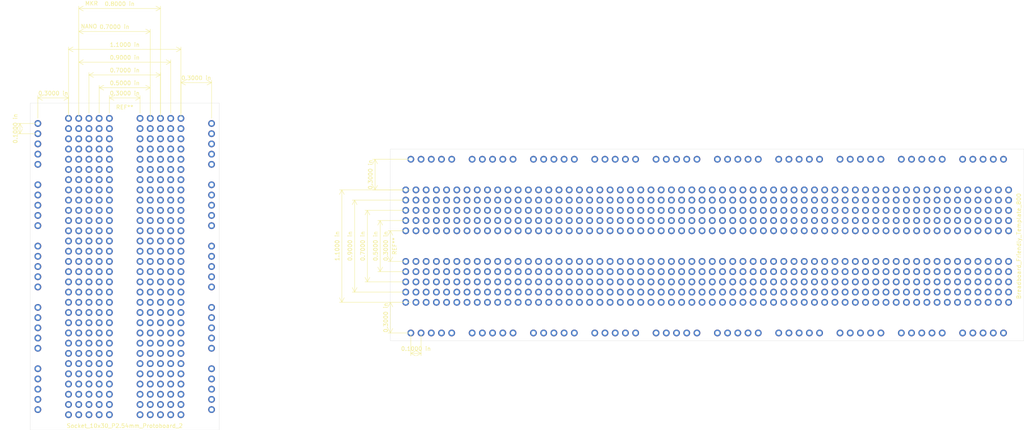
<source format=kicad_pcb>
(kicad_pcb (version 20171130) (host pcbnew 5.1.4-e60b266~84~ubuntu18.04.1)

  (general
    (thickness 1.6)
    (drawings 29)
    (tracks 0)
    (zones 0)
    (modules 2)
    (nets 1)
  )

  (page A4)
  (layers
    (0 F.Cu signal)
    (31 B.Cu signal)
    (32 B.Adhes user)
    (33 F.Adhes user)
    (34 B.Paste user)
    (35 F.Paste user)
    (36 B.SilkS user)
    (37 F.SilkS user)
    (38 B.Mask user)
    (39 F.Mask user)
    (40 Dwgs.User user)
    (41 Cmts.User user)
    (42 Eco1.User user)
    (43 Eco2.User user)
    (44 Edge.Cuts user)
    (45 Margin user)
    (46 B.CrtYd user)
    (47 F.CrtYd user)
    (48 B.Fab user)
    (49 F.Fab user)
  )

  (setup
    (last_trace_width 0.25)
    (trace_clearance 0.2)
    (zone_clearance 0.508)
    (zone_45_only no)
    (trace_min 0.2)
    (via_size 0.8)
    (via_drill 0.4)
    (via_min_size 0.4)
    (via_min_drill 0.3)
    (uvia_size 0.3)
    (uvia_drill 0.1)
    (uvias_allowed no)
    (uvia_min_size 0.2)
    (uvia_min_drill 0.1)
    (edge_width 0.05)
    (segment_width 0.2)
    (pcb_text_width 0.3)
    (pcb_text_size 1.5 1.5)
    (mod_edge_width 0.12)
    (mod_text_size 1 1)
    (mod_text_width 0.15)
    (pad_size 1.524 1.524)
    (pad_drill 0.762)
    (pad_to_mask_clearance 0.051)
    (solder_mask_min_width 0.25)
    (aux_axis_origin 0 0)
    (visible_elements FFFFFF7F)
    (pcbplotparams
      (layerselection 0x010fc_ffffffff)
      (usegerberextensions false)
      (usegerberattributes false)
      (usegerberadvancedattributes false)
      (creategerberjobfile false)
      (excludeedgelayer true)
      (linewidth 0.100000)
      (plotframeref false)
      (viasonmask false)
      (mode 1)
      (useauxorigin false)
      (hpglpennumber 1)
      (hpglpenspeed 20)
      (hpglpendiameter 15.000000)
      (psnegative false)
      (psa4output false)
      (plotreference true)
      (plotvalue true)
      (plotinvisibletext false)
      (padsonsilk false)
      (subtractmaskfromsilk false)
      (outputformat 1)
      (mirror false)
      (drillshape 1)
      (scaleselection 1)
      (outputdirectory ""))
  )

  (net 0 "")

  (net_class Default "This is the default net class."
    (clearance 0.2)
    (trace_width 0.25)
    (via_dia 0.8)
    (via_drill 0.4)
    (uvia_dia 0.3)
    (uvia_drill 0.1)
  )

  (module Protoboard:Breadboard_Friendly_Template_800 (layer F.Cu) (tedit 5D5F24B0) (tstamp 5D60BCA7)
    (at 194.31 92.075 90)
    (descr Socket_1x30_P2.54mm_Protoboard)
    (tags Socket_1x30_P2.54mm_Protoboard)
    (fp_text reference REF** (at 0 -77.7 90) (layer F.SilkS)
      (effects (font (size 1 1) (thickness 0.15)))
    )
    (fp_text value Breadboard_Friendly_Template_800 (at 0 77.47 90) (layer F.SilkS)
      (effects (font (size 1 1) (thickness 0.15)))
    )
    (fp_text user %R (at 13.97 38.1) (layer F.Fab)
      (effects (font (size 1 1) (thickness 0.15)))
    )
    (fp_text user %R (at 6.35 38.1) (layer F.Fab)
      (effects (font (size 1 1) (thickness 0.15)))
    )
    (fp_text user %R (at -6.35 38.1) (layer F.Fab)
      (effects (font (size 1 1) (thickness 0.15)))
    )
    (fp_text user %R (at -11.43 38.1) (layer F.Fab)
      (effects (font (size 1 1) (thickness 0.15)))
    )
    (fp_text user %R (at -3.81 38.1) (layer F.Fab)
      (effects (font (size 1 1) (thickness 0.15)))
    )
    (fp_text user %R (at 3.81 38.1) (layer F.Fab)
      (effects (font (size 1 1) (thickness 0.15)))
    )
    (fp_text user %R (at -13.97 38.1) (layer F.Fab)
      (effects (font (size 1 1) (thickness 0.15)))
    )
    (fp_text user %R (at 8.89 38.1) (layer F.Fab)
      (effects (font (size 1 1) (thickness 0.15)))
    )
    (fp_text user %R (at -8.89 38.1) (layer F.Fab)
      (effects (font (size 1 1) (thickness 0.15)))
    )
    (fp_text user %R (at 11.43 38.1) (layer F.Fab)
      (effects (font (size 1 1) (thickness 0.15)))
    )
    (fp_text user %R (at 6.35 -38.1) (layer F.Fab)
      (effects (font (size 1 1) (thickness 0.15)))
    )
    (fp_text user %R (at 3.81 -38.1) (layer F.Fab)
      (effects (font (size 1 1) (thickness 0.15)))
    )
    (fp_text user %R (at 8.89 -38.1) (layer F.Fab)
      (effects (font (size 1 1) (thickness 0.15)))
    )
    (fp_text user %R (at 13.97 -38.1) (layer F.Fab)
      (effects (font (size 1 1) (thickness 0.15)))
    )
    (fp_text user %R (at 11.43 -38.1) (layer F.Fab)
      (effects (font (size 1 1) (thickness 0.15)))
    )
    (fp_text user %R (at -11.43 -38.1) (layer F.Fab)
      (effects (font (size 1 1) (thickness 0.15)))
    )
    (fp_text user %R (at -13.97 -38.1) (layer F.Fab)
      (effects (font (size 1 1) (thickness 0.15)))
    )
    (fp_text user %R (at -8.89 -38.1) (layer F.Fab)
      (effects (font (size 1 1) (thickness 0.15)))
    )
    (fp_text user %R (at -6.35 -38.1) (layer F.Fab)
      (effects (font (size 1 1) (thickness 0.15)))
    )
    (fp_text user %R (at -3.81 -38.1) (layer F.Fab)
      (effects (font (size 1 1) (thickness 0.15)))
    )
    (pad 27 thru_hole oval (at -13.97 67.31 90) (size 1.7 1.7) (drill 1) (layers *.Cu *.Mask))
    (pad 21 thru_hole oval (at -11.43 52.07 90) (size 1.7 1.7) (drill 1) (layers *.Cu *.Mask))
    (pad 17 thru_hole oval (at -3.81 41.91 90) (size 1.7 1.7) (drill 1) (layers *.Cu *.Mask))
    (pad 7 thru_hole oval (at -11.43 16.51 90) (size 1.7 1.7) (drill 1) (layers *.Cu *.Mask))
    (pad 23 thru_hole oval (at -11.43 57.15 90) (size 1.7 1.7) (drill 1) (layers *.Cu *.Mask))
    (pad 10 thru_hole oval (at -11.43 24.13 90) (size 1.7 1.7) (drill 1) (layers *.Cu *.Mask))
    (pad 17 thru_hole oval (at -13.97 41.91 90) (size 1.7 1.7) (drill 1) (layers *.Cu *.Mask))
    (pad 16 thru_hole oval (at -13.97 39.37 90) (size 1.7 1.7) (drill 1) (layers *.Cu *.Mask))
    (pad 13 thru_hole oval (at -6.35 31.75 90) (size 1.7 1.7) (drill 1) (layers *.Cu *.Mask))
    (pad 28 thru_hole oval (at -11.43 69.85 90) (size 1.7 1.7) (drill 1) (layers *.Cu *.Mask))
    (pad 5 thru_hole oval (at -8.89 11.43 90) (size 1.7 1.7) (drill 1) (layers *.Cu *.Mask))
    (pad 4 thru_hole oval (at -6.35 8.89 90) (size 1.7 1.7) (drill 1) (layers *.Cu *.Mask))
    (pad 15 thru_hole oval (at 13.97 36.83 90) (size 1.7 1.7) (drill 1) (layers *.Cu *.Mask))
    (pad 2 thru_hole oval (at 13.97 3.81 90) (size 1.7 1.7) (drill 1) (layers *.Cu *.Mask))
    (pad 19 thru_hole oval (at 11.43 46.99 90) (size 1.7 1.7) (drill 1) (layers *.Cu *.Mask))
    (pad 25 thru_hole oval (at 11.43 62.23 90) (size 1.7 1.7) (drill 1) (layers *.Cu *.Mask))
    (pad 11 thru_hole oval (at 8.89 26.67 90) (size 1.7 1.7) (drill 1) (layers *.Cu *.Mask))
    (pad 30 thru_hole oval (at 11.43 74.93 90) (size 1.7 1.7) (drill 1) (layers *.Cu *.Mask))
    (pad 10 thru_hole oval (at 11.43 24.13 90) (size 1.7 1.7) (drill 1) (layers *.Cu *.Mask))
    (pad 26 thru_hole oval (at 13.97 64.77 90) (size 1.7 1.7) (drill 1) (layers *.Cu *.Mask))
    (pad 2 thru_hole oval (at 11.43 3.81 90) (size 1.7 1.7) (drill 1) (layers *.Cu *.Mask))
    (pad 22 thru_hole oval (at 11.43 54.61 90) (size 1.7 1.7) (drill 1) (layers *.Cu *.Mask))
    (pad 23 thru_hole oval (at 11.43 57.15 90) (size 1.7 1.7) (drill 1) (layers *.Cu *.Mask))
    (pad 27 thru_hole oval (at 8.89 67.31 90) (size 1.7 1.7) (drill 1) (layers *.Cu *.Mask))
    (pad 19 thru_hole oval (at 8.89 46.99 90) (size 1.7 1.7) (drill 1) (layers *.Cu *.Mask))
    (pad 29 thru_hole oval (at 8.89 72.39 90) (size 1.7 1.7) (drill 1) (layers *.Cu *.Mask))
    (pad 29 thru_hole oval (at 6.35 72.39 90) (size 1.7 1.7) (drill 1) (layers *.Cu *.Mask))
    (pad 9 thru_hole oval (at 3.81 21.59 90) (size 1.7 1.7) (drill 1) (layers *.Cu *.Mask))
    (pad 28 thru_hole oval (at 6.35 69.85 90) (size 1.7 1.7) (drill 1) (layers *.Cu *.Mask))
    (pad 11 thru_hole oval (at 3.81 26.67 90) (size 1.7 1.7) (drill 1) (layers *.Cu *.Mask))
    (pad 12 thru_hole oval (at 3.81 29.21 90) (size 1.7 1.7) (drill 1) (layers *.Cu *.Mask))
    (pad 13 thru_hole oval (at 3.81 31.75 90) (size 1.7 1.7) (drill 1) (layers *.Cu *.Mask))
    (pad 18 thru_hole oval (at 6.35 44.45 90) (size 1.7 1.7) (drill 1) (layers *.Cu *.Mask))
    (pad 23 thru_hole oval (at 6.35 57.15 90) (size 1.7 1.7) (drill 1) (layers *.Cu *.Mask))
    (pad 10 thru_hole oval (at 6.35 24.13 90) (size 1.7 1.7) (drill 1) (layers *.Cu *.Mask))
    (pad 22 thru_hole oval (at 3.81 54.61 90) (size 1.7 1.7) (drill 1) (layers *.Cu *.Mask))
    (pad 23 thru_hole oval (at 3.81 57.15 90) (size 1.7 1.7) (drill 1) (layers *.Cu *.Mask))
    (pad 21 thru_hole oval (at 3.81 52.07 90) (size 1.7 1.7) (drill 1) (layers *.Cu *.Mask))
    (pad 26 thru_hole oval (at 3.81 64.77 90) (size 1.7 1.7) (drill 1) (layers *.Cu *.Mask))
    (pad 26 thru_hole oval (at 6.35 64.77 90) (size 1.7 1.7) (drill 1) (layers *.Cu *.Mask))
    (pad 2 thru_hole oval (at 3.81 3.81 90) (size 1.7 1.7) (drill 1) (layers *.Cu *.Mask))
    (pad 6 thru_hole oval (at 3.81 13.97 90) (size 1.7 1.7) (drill 1) (layers *.Cu *.Mask))
    (pad 7 thru_hole oval (at 6.35 16.51 90) (size 1.7 1.7) (drill 1) (layers *.Cu *.Mask))
    (pad 9 thru_hole oval (at 6.35 21.59 90) (size 1.7 1.7) (drill 1) (layers *.Cu *.Mask))
    (pad 4 thru_hole oval (at 6.35 8.89 90) (size 1.7 1.7) (drill 1) (layers *.Cu *.Mask))
    (pad 11 thru_hole oval (at -11.43 26.67 90) (size 1.7 1.7) (drill 1) (layers *.Cu *.Mask))
    (pad 27 thru_hole oval (at -11.43 67.31 90) (size 1.7 1.7) (drill 1) (layers *.Cu *.Mask))
    (pad 13 thru_hole oval (at -13.97 31.75 90) (size 1.7 1.7) (drill 1) (layers *.Cu *.Mask))
    (pad 18 thru_hole oval (at -11.43 44.45 90) (size 1.7 1.7) (drill 1) (layers *.Cu *.Mask))
    (pad 3 thru_hole oval (at 8.89 6.35 90) (size 1.7 1.7) (drill 1) (layers *.Cu *.Mask))
    (pad 14 thru_hole oval (at 8.89 34.29 90) (size 1.7 1.7) (drill 1) (layers *.Cu *.Mask))
    (pad 3 thru_hole oval (at 13.97 6.35 90) (size 1.7 1.7) (drill 1) (layers *.Cu *.Mask))
    (pad 14 thru_hole oval (at 13.97 34.29 90) (size 1.7 1.7) (drill 1) (layers *.Cu *.Mask))
    (pad 21 thru_hole oval (at 11.43 52.07 90) (size 1.7 1.7) (drill 1) (layers *.Cu *.Mask))
    (pad 18 thru_hole oval (at 11.43 44.45 90) (size 1.7 1.7) (drill 1) (layers *.Cu *.Mask))
    (pad 8 thru_hole oval (at 11.43 19.05 90) (size 1.7 1.7) (drill 1) (layers *.Cu *.Mask))
    (pad 9 thru_hole oval (at 11.43 21.59 90) (size 1.7 1.7) (drill 1) (layers *.Cu *.Mask))
    (pad 28 thru_hole oval (at 13.97 69.85 90) (size 1.7 1.7) (drill 1) (layers *.Cu *.Mask))
    (pad 15 thru_hole oval (at 11.43 36.83 90) (size 1.7 1.7) (drill 1) (layers *.Cu *.Mask))
    (pad 4 thru_hole oval (at 11.43 8.89 90) (size 1.7 1.7) (drill 1) (layers *.Cu *.Mask))
    (pad 30 thru_hole oval (at 13.97 74.93 90) (size 1.7 1.7) (drill 1) (layers *.Cu *.Mask))
    (pad 13 thru_hole oval (at -11.43 31.75 90) (size 1.7 1.7) (drill 1) (layers *.Cu *.Mask))
    (pad 12 thru_hole oval (at -11.43 29.21 90) (size 1.7 1.7) (drill 1) (layers *.Cu *.Mask))
    (pad 18 thru_hole oval (at -6.35 44.45 90) (size 1.7 1.7) (drill 1) (layers *.Cu *.Mask))
    (pad 8 thru_hole oval (at -6.35 19.05 90) (size 1.7 1.7) (drill 1) (layers *.Cu *.Mask))
    (pad 5 thru_hole oval (at 21.59 43.18 90) (size 1.7 1.7) (drill 1) (layers *.Cu *.Mask))
    (pad 5 thru_hole oval (at 21.59 58.42 90) (size 1.7 1.7) (drill 1) (layers *.Cu *.Mask))
    (pad 4 thru_hole oval (at 21.59 25.4 90) (size 1.7 1.7) (drill 1) (layers *.Cu *.Mask))
    (pad 5 thru_hole oval (at 21.59 27.94 90) (size 1.7 1.7) (drill 1) (layers *.Cu *.Mask))
    (pad 5 thru_hole oval (at 21.59 73.66 90) (size 1.7 1.7) (drill 1) (layers *.Cu *.Mask))
    (pad 3 thru_hole oval (at 21.59 53.34 90) (size 1.7 1.7) (drill 1) (layers *.Cu *.Mask))
    (pad 1 thru_hole oval (at 21.59 48.26 90) (size 1.7 1.7) (drill 1) (layers *.Cu *.Mask))
    (pad 1 thru_hole oval (at 21.59 63.5 90) (size 1.7 1.7) (drill 1) (layers *.Cu *.Mask))
    (pad 2 thru_hole oval (at 21.59 5.08 90) (size 1.7 1.7) (drill 1) (layers *.Cu *.Mask))
    (pad 4 thru_hole oval (at 21.59 40.64 90) (size 1.7 1.7) (drill 1) (layers *.Cu *.Mask))
    (pad 3 thru_hole oval (at 21.59 7.62 90) (size 1.7 1.7) (drill 1) (layers *.Cu *.Mask))
    (pad 1 thru_hole oval (at 21.59 2.54 90) (size 1.7 1.7) (drill 1) (layers *.Cu *.Mask))
    (pad 4 thru_hole oval (at 21.59 10.16 90) (size 1.7 1.7) (drill 1) (layers *.Cu *.Mask))
    (pad 5 thru_hole oval (at 21.59 12.7 90) (size 1.7 1.7) (drill 1) (layers *.Cu *.Mask))
    (pad 2 thru_hole oval (at 21.59 20.32 90) (size 1.7 1.7) (drill 1) (layers *.Cu *.Mask))
    (pad 3 thru_hole oval (at 21.59 38.1 90) (size 1.7 1.7) (drill 1) (layers *.Cu *.Mask))
    (pad 1 thru_hole oval (at 21.59 33.02 90) (size 1.7 1.7) (drill 1) (layers *.Cu *.Mask))
    (pad 4 thru_hole oval (at 21.59 71.12 90) (size 1.7 1.7) (drill 1) (layers *.Cu *.Mask))
    (pad 3 thru_hole oval (at 21.59 22.86 90) (size 1.7 1.7) (drill 1) (layers *.Cu *.Mask))
    (pad 1 thru_hole oval (at 21.59 17.78 90) (size 1.7 1.7) (drill 1) (layers *.Cu *.Mask))
    (pad 4 thru_hole oval (at 21.59 55.88 90) (size 1.7 1.7) (drill 1) (layers *.Cu *.Mask))
    (pad 3 thru_hole oval (at 21.59 68.58 90) (size 1.7 1.7) (drill 1) (layers *.Cu *.Mask))
    (pad 15 thru_hole oval (at -6.35 36.83 90) (size 1.7 1.7) (drill 1) (layers *.Cu *.Mask))
    (pad 12 thru_hole oval (at -13.97 29.21 90) (size 1.7 1.7) (drill 1) (layers *.Cu *.Mask))
    (pad 28 thru_hole oval (at 8.89 69.85 90) (size 1.7 1.7) (drill 1) (layers *.Cu *.Mask))
    (pad 18 thru_hole oval (at 8.89 44.45 90) (size 1.7 1.7) (drill 1) (layers *.Cu *.Mask))
    (pad 23 thru_hole oval (at 8.89 57.15 90) (size 1.7 1.7) (drill 1) (layers *.Cu *.Mask))
    (pad 10 thru_hole oval (at 8.89 24.13 90) (size 1.7 1.7) (drill 1) (layers *.Cu *.Mask))
    (pad 6 thru_hole oval (at 11.43 13.97 90) (size 1.7 1.7) (drill 1) (layers *.Cu *.Mask))
    (pad 7 thru_hole oval (at 13.97 16.51 90) (size 1.7 1.7) (drill 1) (layers *.Cu *.Mask))
    (pad 23 thru_hole oval (at 13.97 57.15 90) (size 1.7 1.7) (drill 1) (layers *.Cu *.Mask))
    (pad 10 thru_hole oval (at 13.97 24.13 90) (size 1.7 1.7) (drill 1) (layers *.Cu *.Mask))
    (pad 17 thru_hole oval (at 11.43 41.91 90) (size 1.7 1.7) (drill 1) (layers *.Cu *.Mask))
    (pad 16 thru_hole oval (at 11.43 39.37 90) (size 1.7 1.7) (drill 1) (layers *.Cu *.Mask))
    (pad 26 thru_hole oval (at 8.89 64.77 90) (size 1.7 1.7) (drill 1) (layers *.Cu *.Mask))
    (pad 7 thru_hole oval (at 8.89 16.51 90) (size 1.7 1.7) (drill 1) (layers *.Cu *.Mask))
    (pad 13 thru_hole oval (at 13.97 31.75 90) (size 1.7 1.7) (drill 1) (layers *.Cu *.Mask))
    (pad 15 thru_hole oval (at 8.89 36.83 90) (size 1.7 1.7) (drill 1) (layers *.Cu *.Mask))
    (pad 30 thru_hole oval (at 8.89 74.93 90) (size 1.7 1.7) (drill 1) (layers *.Cu *.Mask))
    (pad 5 thru_hole oval (at 8.89 11.43 90) (size 1.7 1.7) (drill 1) (layers *.Cu *.Mask))
    (pad 24 thru_hole oval (at 8.89 59.69 90) (size 1.7 1.7) (drill 1) (layers *.Cu *.Mask))
    (pad 17 thru_hole oval (at 8.89 41.91 90) (size 1.7 1.7) (drill 1) (layers *.Cu *.Mask))
    (pad 20 thru_hole oval (at 13.97 49.53 90) (size 1.7 1.7) (drill 1) (layers *.Cu *.Mask))
    (pad 25 thru_hole oval (at 13.97 62.23 90) (size 1.7 1.7) (drill 1) (layers *.Cu *.Mask))
    (pad 16 thru_hole oval (at 8.89 39.37 90) (size 1.7 1.7) (drill 1) (layers *.Cu *.Mask))
    (pad 22 thru_hole oval (at 8.89 54.61 90) (size 1.7 1.7) (drill 1) (layers *.Cu *.Mask))
    (pad 5 thru_hole oval (at 11.43 11.43 90) (size 1.7 1.7) (drill 1) (layers *.Cu *.Mask))
    (pad 21 thru_hole oval (at 13.97 52.07 90) (size 1.7 1.7) (drill 1) (layers *.Cu *.Mask))
    (pad 28 thru_hole oval (at -3.81 69.85 90) (size 1.7 1.7) (drill 1) (layers *.Cu *.Mask))
    (pad 26 thru_hole oval (at -11.43 64.77 90) (size 1.7 1.7) (drill 1) (layers *.Cu *.Mask))
    (pad 2 thru_hole oval (at -13.97 3.81 90) (size 1.7 1.7) (drill 1) (layers *.Cu *.Mask))
    (pad 22 thru_hole oval (at -13.97 54.61 90) (size 1.7 1.7) (drill 1) (layers *.Cu *.Mask))
    (pad 23 thru_hole oval (at -13.97 57.15 90) (size 1.7 1.7) (drill 1) (layers *.Cu *.Mask))
    (pad 19 thru_hole oval (at -3.81 46.99 90) (size 1.7 1.7) (drill 1) (layers *.Cu *.Mask))
    (pad 24 thru_hole oval (at -13.97 59.69 90) (size 1.7 1.7) (drill 1) (layers *.Cu *.Mask))
    (pad 15 thru_hole oval (at -11.43 36.83 90) (size 1.7 1.7) (drill 1) (layers *.Cu *.Mask))
    (pad 4 thru_hole oval (at -3.81 8.89 90) (size 1.7 1.7) (drill 1) (layers *.Cu *.Mask))
    (pad 6 thru_hole oval (at -3.81 13.97 90) (size 1.7 1.7) (drill 1) (layers *.Cu *.Mask))
    (pad 27 thru_hole oval (at -6.35 67.31 90) (size 1.7 1.7) (drill 1) (layers *.Cu *.Mask))
    (pad 1 thru_hole oval (at -3.81 1.27 90) (size 1.7 1.7) (drill 1) (layers *.Cu *.Mask))
    (pad 2 thru_hole oval (at -8.89 3.81 90) (size 1.7 1.7) (drill 1) (layers *.Cu *.Mask))
    (pad 8 thru_hole oval (at -3.81 19.05 90) (size 1.7 1.7) (drill 1) (layers *.Cu *.Mask))
    (pad 22 thru_hole oval (at -8.89 54.61 90) (size 1.7 1.7) (drill 1) (layers *.Cu *.Mask))
    (pad 19 thru_hole oval (at -8.89 46.99 90) (size 1.7 1.7) (drill 1) (layers *.Cu *.Mask))
    (pad 29 thru_hole oval (at -8.89 72.39 90) (size 1.7 1.7) (drill 1) (layers *.Cu *.Mask))
    (pad 21 thru_hole oval (at -13.97 52.07 90) (size 1.7 1.7) (drill 1) (layers *.Cu *.Mask))
    (pad 20 thru_hole oval (at -11.43 49.53 90) (size 1.7 1.7) (drill 1) (layers *.Cu *.Mask))
    (pad 10 thru_hole oval (at -8.89 24.13 90) (size 1.7 1.7) (drill 1) (layers *.Cu *.Mask))
    (pad 5 thru_hole oval (at -6.35 11.43 90) (size 1.7 1.7) (drill 1) (layers *.Cu *.Mask))
    (pad 28 thru_hole oval (at -8.89 69.85 90) (size 1.7 1.7) (drill 1) (layers *.Cu *.Mask))
    (pad 18 thru_hole oval (at -8.89 44.45 90) (size 1.7 1.7) (drill 1) (layers *.Cu *.Mask))
    (pad 2 thru_hole oval (at -11.43 3.81 90) (size 1.7 1.7) (drill 1) (layers *.Cu *.Mask))
    (pad 30 thru_hole oval (at -3.81 74.93 90) (size 1.7 1.7) (drill 1) (layers *.Cu *.Mask))
    (pad 5 thru_hole oval (at -3.81 11.43 90) (size 1.7 1.7) (drill 1) (layers *.Cu *.Mask))
    (pad 19 thru_hole oval (at -13.97 46.99 90) (size 1.7 1.7) (drill 1) (layers *.Cu *.Mask))
    (pad 25 thru_hole oval (at -13.97 62.23 90) (size 1.7 1.7) (drill 1) (layers *.Cu *.Mask))
    (pad 14 thru_hole oval (at -8.89 34.29 90) (size 1.7 1.7) (drill 1) (layers *.Cu *.Mask))
    (pad 23 thru_hole oval (at -3.81 57.15 90) (size 1.7 1.7) (drill 1) (layers *.Cu *.Mask))
    (pad 13 thru_hole oval (at -8.89 31.75 90) (size 1.7 1.7) (drill 1) (layers *.Cu *.Mask))
    (pad 24 thru_hole oval (at -11.43 59.69 90) (size 1.7 1.7) (drill 1) (layers *.Cu *.Mask))
    (pad 29 thru_hole oval (at 3.81 72.39 90) (size 1.7 1.7) (drill 1) (layers *.Cu *.Mask))
    (pad 28 thru_hole oval (at 3.81 69.85 90) (size 1.7 1.7) (drill 1) (layers *.Cu *.Mask))
    (pad 27 thru_hole oval (at 3.81 67.31 90) (size 1.7 1.7) (drill 1) (layers *.Cu *.Mask))
    (pad 1 thru_hole oval (at 6.35 1.27 90) (size 1.7 1.7) (drill 1) (layers *.Cu *.Mask))
    (pad 20 thru_hole oval (at 6.35 49.53 90) (size 1.7 1.7) (drill 1) (layers *.Cu *.Mask))
    (pad 25 thru_hole oval (at 6.35 62.23 90) (size 1.7 1.7) (drill 1) (layers *.Cu *.Mask))
    (pad 3 thru_hole oval (at 6.35 6.35 90) (size 1.7 1.7) (drill 1) (layers *.Cu *.Mask))
    (pad 14 thru_hole oval (at 6.35 34.29 90) (size 1.7 1.7) (drill 1) (layers *.Cu *.Mask))
    (pad 18 thru_hole oval (at 3.81 44.45 90) (size 1.7 1.7) (drill 1) (layers *.Cu *.Mask))
    (pad 8 thru_hole oval (at 3.81 19.05 90) (size 1.7 1.7) (drill 1) (layers *.Cu *.Mask))
    (pad 5 thru_hole oval (at 3.81 11.43 90) (size 1.7 1.7) (drill 1) (layers *.Cu *.Mask))
    (pad 21 thru_hole oval (at 6.35 52.07 90) (size 1.7 1.7) (drill 1) (layers *.Cu *.Mask))
    (pad 24 thru_hole oval (at 3.81 59.69 90) (size 1.7 1.7) (drill 1) (layers *.Cu *.Mask))
    (pad 15 thru_hole oval (at 6.35 36.83 90) (size 1.7 1.7) (drill 1) (layers *.Cu *.Mask))
    (pad 30 thru_hole oval (at 6.35 74.93 90) (size 1.7 1.7) (drill 1) (layers *.Cu *.Mask))
    (pad 5 thru_hole oval (at 6.35 11.43 90) (size 1.7 1.7) (drill 1) (layers *.Cu *.Mask))
    (pad 24 thru_hole oval (at 6.35 59.69 90) (size 1.7 1.7) (drill 1) (layers *.Cu *.Mask))
    (pad 17 thru_hole oval (at 6.35 41.91 90) (size 1.7 1.7) (drill 1) (layers *.Cu *.Mask))
    (pad 16 thru_hole oval (at 6.35 39.37 90) (size 1.7 1.7) (drill 1) (layers *.Cu *.Mask))
    (pad 17 thru_hole oval (at -11.43 41.91 90) (size 1.7 1.7) (drill 1) (layers *.Cu *.Mask))
    (pad 15 thru_hole oval (at -3.81 36.83 90) (size 1.7 1.7) (drill 1) (layers *.Cu *.Mask))
    (pad 29 thru_hole oval (at -13.97 72.39 90) (size 1.7 1.7) (drill 1) (layers *.Cu *.Mask))
    (pad 28 thru_hole oval (at -13.97 69.85 90) (size 1.7 1.7) (drill 1) (layers *.Cu *.Mask))
    (pad 26 thru_hole oval (at -6.35 64.77 90) (size 1.7 1.7) (drill 1) (layers *.Cu *.Mask))
    (pad 21 thru_hole oval (at -8.89 52.07 90) (size 1.7 1.7) (drill 1) (layers *.Cu *.Mask))
    (pad 11 thru_hole oval (at -8.89 26.67 90) (size 1.7 1.7) (drill 1) (layers *.Cu *.Mask))
    (pad 30 thru_hole oval (at -6.35 74.93 90) (size 1.7 1.7) (drill 1) (layers *.Cu *.Mask))
    (pad 26 thru_hole oval (at -8.89 64.77 90) (size 1.7 1.7) (drill 1) (layers *.Cu *.Mask))
    (pad 7 thru_hole oval (at -8.89 16.51 90) (size 1.7 1.7) (drill 1) (layers *.Cu *.Mask))
    (pad 22 thru_hole oval (at 6.35 54.61 90) (size 1.7 1.7) (drill 1) (layers *.Cu *.Mask))
    (pad 13 thru_hole oval (at 6.35 31.75 90) (size 1.7 1.7) (drill 1) (layers *.Cu *.Mask))
    (pad 12 thru_hole oval (at 6.35 29.21 90) (size 1.7 1.7) (drill 1) (layers *.Cu *.Mask))
    (pad 8 thru_hole oval (at 8.89 19.05 90) (size 1.7 1.7) (drill 1) (layers *.Cu *.Mask))
    (pad 16 thru_hole oval (at 13.97 39.37 90) (size 1.7 1.7) (drill 1) (layers *.Cu *.Mask))
    (pad 22 thru_hole oval (at 13.97 54.61 90) (size 1.7 1.7) (drill 1) (layers *.Cu *.Mask))
    (pad 2 thru_hole oval (at 8.89 3.81 90) (size 1.7 1.7) (drill 1) (layers *.Cu *.Mask))
    (pad 14 thru_hole oval (at 11.43 34.29 90) (size 1.7 1.7) (drill 1) (layers *.Cu *.Mask))
    (pad 6 thru_hole oval (at 8.89 13.97 90) (size 1.7 1.7) (drill 1) (layers *.Cu *.Mask))
    (pad 8 thru_hole oval (at 13.97 19.05 90) (size 1.7 1.7) (drill 1) (layers *.Cu *.Mask))
    (pad 3 thru_hole oval (at 11.43 6.35 90) (size 1.7 1.7) (drill 1) (layers *.Cu *.Mask))
    (pad 9 thru_hole oval (at 13.97 21.59 90) (size 1.7 1.7) (drill 1) (layers *.Cu *.Mask))
    (pad 4 thru_hole oval (at 13.97 8.89 90) (size 1.7 1.7) (drill 1) (layers *.Cu *.Mask))
    (pad 6 thru_hole oval (at 13.97 13.97 90) (size 1.7 1.7) (drill 1) (layers *.Cu *.Mask))
    (pad 1 thru_hole oval (at 11.43 1.27 90) (size 1.7 1.7) (drill 1) (layers *.Cu *.Mask))
    (pad 24 thru_hole oval (at 11.43 59.69 90) (size 1.7 1.7) (drill 1) (layers *.Cu *.Mask))
    (pad 26 thru_hole oval (at -3.81 64.77 90) (size 1.7 1.7) (drill 1) (layers *.Cu *.Mask))
    (pad 9 thru_hole oval (at -13.97 21.59 90) (size 1.7 1.7) (drill 1) (layers *.Cu *.Mask))
    (pad 12 thru_hole oval (at 13.97 29.21 90) (size 1.7 1.7) (drill 1) (layers *.Cu *.Mask))
    (pad 11 thru_hole oval (at 13.97 26.67 90) (size 1.7 1.7) (drill 1) (layers *.Cu *.Mask))
    (pad 27 thru_hole oval (at 13.97 67.31 90) (size 1.7 1.7) (drill 1) (layers *.Cu *.Mask))
    (pad 9 thru_hole oval (at 8.89 21.59 90) (size 1.7 1.7) (drill 1) (layers *.Cu *.Mask))
    (pad 13 thru_hole oval (at 11.43 31.75 90) (size 1.7 1.7) (drill 1) (layers *.Cu *.Mask))
    (pad 18 thru_hole oval (at 13.97 44.45 90) (size 1.7 1.7) (drill 1) (layers *.Cu *.Mask))
    (pad 29 thru_hole oval (at 11.43 72.39 90) (size 1.7 1.7) (drill 1) (layers *.Cu *.Mask))
    (pad 28 thru_hole oval (at 11.43 69.85 90) (size 1.7 1.7) (drill 1) (layers *.Cu *.Mask))
    (pad 4 thru_hole oval (at 8.89 8.89 90) (size 1.7 1.7) (drill 1) (layers *.Cu *.Mask))
    (pad 1 thru_hole oval (at 8.89 1.27 90) (size 1.7 1.7) (drill 1) (layers *.Cu *.Mask))
    (pad 20 thru_hole oval (at 8.89 49.53 90) (size 1.7 1.7) (drill 1) (layers *.Cu *.Mask))
    (pad 25 thru_hole oval (at 8.89 62.23 90) (size 1.7 1.7) (drill 1) (layers *.Cu *.Mask))
    (pad 20 thru_hole oval (at -13.97 49.53 90) (size 1.7 1.7) (drill 1) (layers *.Cu *.Mask))
    (pad 16 thru_hole oval (at -3.81 39.37 90) (size 1.7 1.7) (drill 1) (layers *.Cu *.Mask))
    (pad 1 thru_hole oval (at -6.35 1.27 90) (size 1.7 1.7) (drill 1) (layers *.Cu *.Mask))
    (pad 25 thru_hole oval (at -11.43 62.23 90) (size 1.7 1.7) (drill 1) (layers *.Cu *.Mask))
    (pad 24 thru_hole oval (at -6.35 59.69 90) (size 1.7 1.7) (drill 1) (layers *.Cu *.Mask))
    (pad 24 thru_hole oval (at 13.97 59.69 90) (size 1.7 1.7) (drill 1) (layers *.Cu *.Mask))
    (pad 17 thru_hole oval (at 13.97 41.91 90) (size 1.7 1.7) (drill 1) (layers *.Cu *.Mask))
    (pad 13 thru_hole oval (at 8.89 31.75 90) (size 1.7 1.7) (drill 1) (layers *.Cu *.Mask))
    (pad 12 thru_hole oval (at 8.89 29.21 90) (size 1.7 1.7) (drill 1) (layers *.Cu *.Mask))
    (pad 17 thru_hole oval (at -8.89 41.91 90) (size 1.7 1.7) (drill 1) (layers *.Cu *.Mask))
    (pad 20 thru_hole oval (at -3.81 49.53 90) (size 1.7 1.7) (drill 1) (layers *.Cu *.Mask))
    (pad 16 thru_hole oval (at -11.43 39.37 90) (size 1.7 1.7) (drill 1) (layers *.Cu *.Mask))
    (pad 22 thru_hole oval (at -11.43 54.61 90) (size 1.7 1.7) (drill 1) (layers *.Cu *.Mask))
    (pad 14 thru_hole oval (at -13.97 34.29 90) (size 1.7 1.7) (drill 1) (layers *.Cu *.Mask))
    (pad 7 thru_hole oval (at -6.35 16.51 90) (size 1.7 1.7) (drill 1) (layers *.Cu *.Mask))
    (pad 3 thru_hole oval (at -3.81 6.35 90) (size 1.7 1.7) (drill 1) (layers *.Cu *.Mask))
    (pad 28 thru_hole oval (at -6.35 69.85 90) (size 1.7 1.7) (drill 1) (layers *.Cu *.Mask))
    (pad 4 thru_hole oval (at -8.89 8.89 90) (size 1.7 1.7) (drill 1) (layers *.Cu *.Mask))
    (pad 15 thru_hole oval (at -8.89 36.83 90) (size 1.7 1.7) (drill 1) (layers *.Cu *.Mask))
    (pad 30 thru_hole oval (at -8.89 74.93 90) (size 1.7 1.7) (drill 1) (layers *.Cu *.Mask))
    (pad 30 thru_hole oval (at -13.97 74.93 90) (size 1.7 1.7) (drill 1) (layers *.Cu *.Mask))
    (pad 10 thru_hole oval (at -13.97 24.13 90) (size 1.7 1.7) (drill 1) (layers *.Cu *.Mask))
    (pad 9 thru_hole oval (at -6.35 21.59 90) (size 1.7 1.7) (drill 1) (layers *.Cu *.Mask))
    (pad 5 thru_hole oval (at 13.97 11.43 90) (size 1.7 1.7) (drill 1) (layers *.Cu *.Mask))
    (pad 7 thru_hole oval (at 11.43 16.51 90) (size 1.7 1.7) (drill 1) (layers *.Cu *.Mask))
    (pad 20 thru_hole oval (at 11.43 49.53 90) (size 1.7 1.7) (drill 1) (layers *.Cu *.Mask))
    (pad 26 thru_hole oval (at 11.43 64.77 90) (size 1.7 1.7) (drill 1) (layers *.Cu *.Mask))
    (pad 21 thru_hole oval (at 8.89 52.07 90) (size 1.7 1.7) (drill 1) (layers *.Cu *.Mask))
    (pad 27 thru_hole oval (at 11.43 67.31 90) (size 1.7 1.7) (drill 1) (layers *.Cu *.Mask))
    (pad 1 thru_hole oval (at 13.97 1.27 90) (size 1.7 1.7) (drill 1) (layers *.Cu *.Mask))
    (pad 19 thru_hole oval (at 13.97 46.99 90) (size 1.7 1.7) (drill 1) (layers *.Cu *.Mask))
    (pad 29 thru_hole oval (at 13.97 72.39 90) (size 1.7 1.7) (drill 1) (layers *.Cu *.Mask))
    (pad 11 thru_hole oval (at 11.43 26.67 90) (size 1.7 1.7) (drill 1) (layers *.Cu *.Mask))
    (pad 12 thru_hole oval (at 11.43 29.21 90) (size 1.7 1.7) (drill 1) (layers *.Cu *.Mask))
    (pad 5 thru_hole oval (at -13.97 11.43 90) (size 1.7 1.7) (drill 1) (layers *.Cu *.Mask))
    (pad 9 thru_hole oval (at -8.89 21.59 90) (size 1.7 1.7) (drill 1) (layers *.Cu *.Mask))
    (pad 2 thru_hole oval (at -6.35 3.81 90) (size 1.7 1.7) (drill 1) (layers *.Cu *.Mask))
    (pad 12 thru_hole oval (at -8.89 29.21 90) (size 1.7 1.7) (drill 1) (layers *.Cu *.Mask))
    (pad 4 thru_hole oval (at -13.97 8.89 90) (size 1.7 1.7) (drill 1) (layers *.Cu *.Mask))
    (pad 25 thru_hole oval (at -8.89 62.23 90) (size 1.7 1.7) (drill 1) (layers *.Cu *.Mask))
    (pad 3 thru_hole oval (at -8.89 6.35 90) (size 1.7 1.7) (drill 1) (layers *.Cu *.Mask))
    (pad 17 thru_hole oval (at -6.35 41.91 90) (size 1.7 1.7) (drill 1) (layers *.Cu *.Mask))
    (pad 16 thru_hole oval (at -6.35 39.37 90) (size 1.7 1.7) (drill 1) (layers *.Cu *.Mask))
    (pad 6 thru_hole oval (at -13.97 13.97 90) (size 1.7 1.7) (drill 1) (layers *.Cu *.Mask))
    (pad 20 thru_hole oval (at -6.35 49.53 90) (size 1.7 1.7) (drill 1) (layers *.Cu *.Mask))
    (pad 8 thru_hole oval (at -8.89 19.05 90) (size 1.7 1.7) (drill 1) (layers *.Cu *.Mask))
    (pad 25 thru_hole oval (at -3.81 62.23 90) (size 1.7 1.7) (drill 1) (layers *.Cu *.Mask))
    (pad 16 thru_hole oval (at -8.89 39.37 90) (size 1.7 1.7) (drill 1) (layers *.Cu *.Mask))
    (pad 8 thru_hole oval (at -11.43 19.05 90) (size 1.7 1.7) (drill 1) (layers *.Cu *.Mask))
    (pad 3 thru_hole oval (at -13.97 6.35 90) (size 1.7 1.7) (drill 1) (layers *.Cu *.Mask))
    (pad 9 thru_hole oval (at -11.43 21.59 90) (size 1.7 1.7) (drill 1) (layers *.Cu *.Mask))
    (pad 4 thru_hole oval (at -11.43 8.89 90) (size 1.7 1.7) (drill 1) (layers *.Cu *.Mask))
    (pad 11 thru_hole oval (at -3.81 26.67 90) (size 1.7 1.7) (drill 1) (layers *.Cu *.Mask))
    (pad 9 thru_hole oval (at -3.81 21.59 90) (size 1.7 1.7) (drill 1) (layers *.Cu *.Mask))
    (pad 3 thru_hole oval (at -11.43 6.35 90) (size 1.7 1.7) (drill 1) (layers *.Cu *.Mask))
    (pad 14 thru_hole oval (at -11.43 34.29 90) (size 1.7 1.7) (drill 1) (layers *.Cu *.Mask))
    (pad 7 thru_hole oval (at -13.97 16.51 90) (size 1.7 1.7) (drill 1) (layers *.Cu *.Mask))
    (pad 22 thru_hole oval (at -6.35 54.61 90) (size 1.7 1.7) (drill 1) (layers *.Cu *.Mask))
    (pad 2 thru_hole oval (at -3.81 3.81 90) (size 1.7 1.7) (drill 1) (layers *.Cu *.Mask))
    (pad 29 thru_hole oval (at -3.81 72.39 90) (size 1.7 1.7) (drill 1) (layers *.Cu *.Mask))
    (pad 18 thru_hole oval (at -3.81 44.45 90) (size 1.7 1.7) (drill 1) (layers *.Cu *.Mask))
    (pad 29 thru_hole oval (at -6.35 72.39 90) (size 1.7 1.7) (drill 1) (layers *.Cu *.Mask))
    (pad 21 thru_hole oval (at -3.81 52.07 90) (size 1.7 1.7) (drill 1) (layers *.Cu *.Mask))
    (pad 24 thru_hole oval (at -3.81 59.69 90) (size 1.7 1.7) (drill 1) (layers *.Cu *.Mask))
    (pad 27 thru_hole oval (at -3.81 67.31 90) (size 1.7 1.7) (drill 1) (layers *.Cu *.Mask))
    (pad 6 thru_hole oval (at -8.89 13.97 90) (size 1.7 1.7) (drill 1) (layers *.Cu *.Mask))
    (pad 6 thru_hole oval (at -11.43 13.97 90) (size 1.7 1.7) (drill 1) (layers *.Cu *.Mask))
    (pad 1 thru_hole oval (at -13.97 1.27 90) (size 1.7 1.7) (drill 1) (layers *.Cu *.Mask))
    (pad 19 thru_hole oval (at -6.35 46.99 90) (size 1.7 1.7) (drill 1) (layers *.Cu *.Mask))
    (pad 25 thru_hole oval (at -6.35 62.23 90) (size 1.7 1.7) (drill 1) (layers *.Cu *.Mask))
    (pad 11 thru_hole oval (at -6.35 26.67 90) (size 1.7 1.7) (drill 1) (layers *.Cu *.Mask))
    (pad 12 thru_hole oval (at -6.35 29.21 90) (size 1.7 1.7) (drill 1) (layers *.Cu *.Mask))
    (pad 14 thru_hole oval (at -6.35 34.29 90) (size 1.7 1.7) (drill 1) (layers *.Cu *.Mask))
    (pad 14 thru_hole oval (at -3.81 34.29 90) (size 1.7 1.7) (drill 1) (layers *.Cu *.Mask))
    (pad 21 thru_hole oval (at -6.35 52.07 90) (size 1.7 1.7) (drill 1) (layers *.Cu *.Mask))
    (pad 13 thru_hole oval (at -3.81 31.75 90) (size 1.7 1.7) (drill 1) (layers *.Cu *.Mask))
    (pad 12 thru_hole oval (at -3.81 29.21 90) (size 1.7 1.7) (drill 1) (layers *.Cu *.Mask))
    (pad 26 thru_hole oval (at -13.97 64.77 90) (size 1.7 1.7) (drill 1) (layers *.Cu *.Mask))
    (pad 5 thru_hole oval (at -11.43 11.43 90) (size 1.7 1.7) (drill 1) (layers *.Cu *.Mask))
    (pad 6 thru_hole oval (at -6.35 13.97 90) (size 1.7 1.7) (drill 1) (layers *.Cu *.Mask))
    (pad 7 thru_hole oval (at -3.81 16.51 90) (size 1.7 1.7) (drill 1) (layers *.Cu *.Mask))
    (pad 18 thru_hole oval (at -13.97 44.45 90) (size 1.7 1.7) (drill 1) (layers *.Cu *.Mask))
    (pad 23 thru_hole oval (at -8.89 57.15 90) (size 1.7 1.7) (drill 1) (layers *.Cu *.Mask))
    (pad 8 thru_hole oval (at -13.97 19.05 90) (size 1.7 1.7) (drill 1) (layers *.Cu *.Mask))
    (pad 10 thru_hole oval (at -6.35 24.13 90) (size 1.7 1.7) (drill 1) (layers *.Cu *.Mask))
    (pad 23 thru_hole oval (at -6.35 57.15 90) (size 1.7 1.7) (drill 1) (layers *.Cu *.Mask))
    (pad 27 thru_hole oval (at -8.89 67.31 90) (size 1.7 1.7) (drill 1) (layers *.Cu *.Mask))
    (pad 3 thru_hole oval (at -6.35 6.35 90) (size 1.7 1.7) (drill 1) (layers *.Cu *.Mask))
    (pad 30 thru_hole oval (at -11.43 74.93 90) (size 1.7 1.7) (drill 1) (layers *.Cu *.Mask))
    (pad 22 thru_hole oval (at -3.81 54.61 90) (size 1.7 1.7) (drill 1) (layers *.Cu *.Mask))
    (pad 29 thru_hole oval (at -11.43 72.39 90) (size 1.7 1.7) (drill 1) (layers *.Cu *.Mask))
    (pad 24 thru_hole oval (at -8.89 59.69 90) (size 1.7 1.7) (drill 1) (layers *.Cu *.Mask))
    (pad 1 thru_hole oval (at -8.89 1.27 90) (size 1.7 1.7) (drill 1) (layers *.Cu *.Mask))
    (pad 20 thru_hole oval (at -8.89 49.53 90) (size 1.7 1.7) (drill 1) (layers *.Cu *.Mask))
    (pad 15 thru_hole oval (at -13.97 36.83 90) (size 1.7 1.7) (drill 1) (layers *.Cu *.Mask))
    (pad 2 thru_hole oval (at 21.59 50.8 90) (size 1.7 1.7) (drill 1) (layers *.Cu *.Mask))
    (pad 2 thru_hole oval (at 21.59 35.56 90) (size 1.7 1.7) (drill 1) (layers *.Cu *.Mask))
    (pad 2 thru_hole oval (at 21.59 66.04 90) (size 1.7 1.7) (drill 1) (layers *.Cu *.Mask))
    (pad 4 thru_hole oval (at -21.59 71.12 90) (size 1.7 1.7) (drill 1) (layers *.Cu *.Mask))
    (pad 2 thru_hole oval (at -21.59 66.04 90) (size 1.7 1.7) (drill 1) (layers *.Cu *.Mask))
    (pad 1 thru_hole oval (at -21.59 63.5 90) (size 1.7 1.7) (drill 1) (layers *.Cu *.Mask))
    (pad 3 thru_hole oval (at -21.59 68.58 90) (size 1.7 1.7) (drill 1) (layers *.Cu *.Mask))
    (pad 5 thru_hole oval (at -21.59 73.66 90) (size 1.7 1.7) (drill 1) (layers *.Cu *.Mask))
    (pad 5 thru_hole oval (at -21.59 43.18 90) (size 1.7 1.7) (drill 1) (layers *.Cu *.Mask))
    (pad 4 thru_hole oval (at -21.59 55.88 90) (size 1.7 1.7) (drill 1) (layers *.Cu *.Mask))
    (pad 1 thru_hole oval (at -21.59 33.02 90) (size 1.7 1.7) (drill 1) (layers *.Cu *.Mask))
    (pad 4 thru_hole oval (at -21.59 40.64 90) (size 1.7 1.7) (drill 1) (layers *.Cu *.Mask))
    (pad 3 thru_hole oval (at -21.59 53.34 90) (size 1.7 1.7) (drill 1) (layers *.Cu *.Mask))
    (pad 5 thru_hole oval (at -21.59 58.42 90) (size 1.7 1.7) (drill 1) (layers *.Cu *.Mask))
    (pad 2 thru_hole oval (at -21.59 50.8 90) (size 1.7 1.7) (drill 1) (layers *.Cu *.Mask))
    (pad 1 thru_hole oval (at -21.59 48.26 90) (size 1.7 1.7) (drill 1) (layers *.Cu *.Mask))
    (pad 2 thru_hole oval (at -21.59 35.56 90) (size 1.7 1.7) (drill 1) (layers *.Cu *.Mask))
    (pad 3 thru_hole oval (at -21.59 38.1 90) (size 1.7 1.7) (drill 1) (layers *.Cu *.Mask))
    (pad 5 thru_hole oval (at -21.59 27.94 90) (size 1.7 1.7) (drill 1) (layers *.Cu *.Mask))
    (pad 1 thru_hole oval (at -21.59 17.78 90) (size 1.7 1.7) (drill 1) (layers *.Cu *.Mask))
    (pad 4 thru_hole oval (at -21.59 25.4 90) (size 1.7 1.7) (drill 1) (layers *.Cu *.Mask))
    (pad 2 thru_hole oval (at -21.59 20.32 90) (size 1.7 1.7) (drill 1) (layers *.Cu *.Mask))
    (pad 3 thru_hole oval (at -21.59 22.86 90) (size 1.7 1.7) (drill 1) (layers *.Cu *.Mask))
    (pad 2 thru_hole oval (at -21.59 5.08 90) (size 1.7 1.7) (drill 1) (layers *.Cu *.Mask))
    (pad 3 thru_hole oval (at -21.59 7.62 90) (size 1.7 1.7) (drill 1) (layers *.Cu *.Mask))
    (pad 1 thru_hole oval (at -21.59 2.54 90) (size 1.7 1.7) (drill 1) (layers *.Cu *.Mask))
    (pad 4 thru_hole oval (at -21.59 10.16 90) (size 1.7 1.7) (drill 1) (layers *.Cu *.Mask))
    (pad 5 thru_hole oval (at -21.59 12.7 90) (size 1.7 1.7) (drill 1) (layers *.Cu *.Mask))
    (pad 8 thru_hole oval (at 6.35 19.05 90) (size 1.7 1.7) (drill 1) (layers *.Cu *.Mask))
    (pad 2 thru_hole oval (at 6.35 3.81 90) (size 1.7 1.7) (drill 1) (layers *.Cu *.Mask))
    (pad 14 thru_hole oval (at 3.81 34.29 90) (size 1.7 1.7) (drill 1) (layers *.Cu *.Mask))
    (pad 1 thru_hole oval (at 3.81 1.27 90) (size 1.7 1.7) (drill 1) (layers *.Cu *.Mask))
    (pad 6 thru_hole oval (at 6.35 13.97 90) (size 1.7 1.7) (drill 1) (layers *.Cu *.Mask))
    (pad 3 thru_hole oval (at 3.81 6.35 90) (size 1.7 1.7) (drill 1) (layers *.Cu *.Mask))
    (pad 7 thru_hole oval (at 3.81 16.51 90) (size 1.7 1.7) (drill 1) (layers *.Cu *.Mask))
    (pad 20 thru_hole oval (at 3.81 49.53 90) (size 1.7 1.7) (drill 1) (layers *.Cu *.Mask))
    (pad 19 thru_hole oval (at 3.81 46.99 90) (size 1.7 1.7) (drill 1) (layers *.Cu *.Mask))
    (pad 25 thru_hole oval (at 3.81 62.23 90) (size 1.7 1.7) (drill 1) (layers *.Cu *.Mask))
    (pad 17 thru_hole oval (at 3.81 41.91 90) (size 1.7 1.7) (drill 1) (layers *.Cu *.Mask))
    (pad 16 thru_hole oval (at 3.81 39.37 90) (size 1.7 1.7) (drill 1) (layers *.Cu *.Mask))
    (pad 30 thru_hole oval (at 3.81 74.93 90) (size 1.7 1.7) (drill 1) (layers *.Cu *.Mask))
    (pad 10 thru_hole oval (at 3.81 24.13 90) (size 1.7 1.7) (drill 1) (layers *.Cu *.Mask))
    (pad 15 thru_hole oval (at 3.81 36.83 90) (size 1.7 1.7) (drill 1) (layers *.Cu *.Mask))
    (pad 4 thru_hole oval (at 3.81 8.89 90) (size 1.7 1.7) (drill 1) (layers *.Cu *.Mask))
    (pad 11 thru_hole oval (at 6.35 26.67 90) (size 1.7 1.7) (drill 1) (layers *.Cu *.Mask))
    (pad 27 thru_hole oval (at 6.35 67.31 90) (size 1.7 1.7) (drill 1) (layers *.Cu *.Mask))
    (pad 19 thru_hole oval (at 6.35 46.99 90) (size 1.7 1.7) (drill 1) (layers *.Cu *.Mask))
    (pad 10 thru_hole oval (at -3.81 24.13 90) (size 1.7 1.7) (drill 1) (layers *.Cu *.Mask))
    (pad 11 thru_hole oval (at -13.97 26.67 90) (size 1.7 1.7) (drill 1) (layers *.Cu *.Mask))
    (pad 1 thru_hole oval (at -11.43 1.27 90) (size 1.7 1.7) (drill 1) (layers *.Cu *.Mask))
    (pad 19 thru_hole oval (at -11.43 46.99 90) (size 1.7 1.7) (drill 1) (layers *.Cu *.Mask))
    (pad 5 thru_hole oval (at 21.59 -33.02 90) (size 1.7 1.7) (drill 1) (layers *.Cu *.Mask))
    (pad 5 thru_hole oval (at 21.59 -17.78 90) (size 1.7 1.7) (drill 1) (layers *.Cu *.Mask))
    (pad 4 thru_hole oval (at 21.59 -50.8 90) (size 1.7 1.7) (drill 1) (layers *.Cu *.Mask))
    (pad 5 thru_hole oval (at 21.59 -48.26 90) (size 1.7 1.7) (drill 1) (layers *.Cu *.Mask))
    (pad 5 thru_hole oval (at 21.59 -2.54 90) (size 1.7 1.7) (drill 1) (layers *.Cu *.Mask))
    (pad 3 thru_hole oval (at 21.59 -22.86 90) (size 1.7 1.7) (drill 1) (layers *.Cu *.Mask))
    (pad 1 thru_hole oval (at 21.59 -27.94 90) (size 1.7 1.7) (drill 1) (layers *.Cu *.Mask))
    (pad 1 thru_hole oval (at 21.59 -12.7 90) (size 1.7 1.7) (drill 1) (layers *.Cu *.Mask))
    (pad 2 thru_hole oval (at 21.59 -71.12 90) (size 1.7 1.7) (drill 1) (layers *.Cu *.Mask))
    (pad 4 thru_hole oval (at 21.59 -35.56 90) (size 1.7 1.7) (drill 1) (layers *.Cu *.Mask))
    (pad 3 thru_hole oval (at 21.59 -68.58 90) (size 1.7 1.7) (drill 1) (layers *.Cu *.Mask))
    (pad 1 thru_hole oval (at 21.59 -73.66 90) (size 1.7 1.7) (drill 1) (layers *.Cu *.Mask))
    (pad 4 thru_hole oval (at 21.59 -66.04 90) (size 1.7 1.7) (drill 1) (layers *.Cu *.Mask))
    (pad 5 thru_hole oval (at 21.59 -63.5 90) (size 1.7 1.7) (drill 1) (layers *.Cu *.Mask))
    (pad 2 thru_hole oval (at 21.59 -55.88 90) (size 1.7 1.7) (drill 1) (layers *.Cu *.Mask))
    (pad 3 thru_hole oval (at 21.59 -38.1 90) (size 1.7 1.7) (drill 1) (layers *.Cu *.Mask))
    (pad 1 thru_hole oval (at 21.59 -43.18 90) (size 1.7 1.7) (drill 1) (layers *.Cu *.Mask))
    (pad 4 thru_hole oval (at 21.59 -5.08 90) (size 1.7 1.7) (drill 1) (layers *.Cu *.Mask))
    (pad 3 thru_hole oval (at 21.59 -53.34 90) (size 1.7 1.7) (drill 1) (layers *.Cu *.Mask))
    (pad 1 thru_hole oval (at 21.59 -58.42 90) (size 1.7 1.7) (drill 1) (layers *.Cu *.Mask))
    (pad 4 thru_hole oval (at 21.59 -20.32 90) (size 1.7 1.7) (drill 1) (layers *.Cu *.Mask))
    (pad 3 thru_hole oval (at 21.59 -7.62 90) (size 1.7 1.7) (drill 1) (layers *.Cu *.Mask))
    (pad 2 thru_hole oval (at 21.59 -25.4 90) (size 1.7 1.7) (drill 1) (layers *.Cu *.Mask))
    (pad 2 thru_hole oval (at 21.59 -40.64 90) (size 1.7 1.7) (drill 1) (layers *.Cu *.Mask))
    (pad 2 thru_hole oval (at 21.59 -10.16 90) (size 1.7 1.7) (drill 1) (layers *.Cu *.Mask))
    (pad 4 thru_hole oval (at -21.59 -5.08 90) (size 1.7 1.7) (drill 1) (layers *.Cu *.Mask))
    (pad 2 thru_hole oval (at -21.59 -10.16 90) (size 1.7 1.7) (drill 1) (layers *.Cu *.Mask))
    (pad 1 thru_hole oval (at -21.59 -12.7 90) (size 1.7 1.7) (drill 1) (layers *.Cu *.Mask))
    (pad 3 thru_hole oval (at -21.59 -7.62 90) (size 1.7 1.7) (drill 1) (layers *.Cu *.Mask))
    (pad 5 thru_hole oval (at -21.59 -2.54 90) (size 1.7 1.7) (drill 1) (layers *.Cu *.Mask))
    (pad 5 thru_hole oval (at -21.59 -33.02 90) (size 1.7 1.7) (drill 1) (layers *.Cu *.Mask))
    (pad 4 thru_hole oval (at -21.59 -20.32 90) (size 1.7 1.7) (drill 1) (layers *.Cu *.Mask))
    (pad 1 thru_hole oval (at -21.59 -43.18 90) (size 1.7 1.7) (drill 1) (layers *.Cu *.Mask))
    (pad 4 thru_hole oval (at -21.59 -35.56 90) (size 1.7 1.7) (drill 1) (layers *.Cu *.Mask))
    (pad 3 thru_hole oval (at -21.59 -22.86 90) (size 1.7 1.7) (drill 1) (layers *.Cu *.Mask))
    (pad 5 thru_hole oval (at -21.59 -17.78 90) (size 1.7 1.7) (drill 1) (layers *.Cu *.Mask))
    (pad 2 thru_hole oval (at -21.59 -25.4 90) (size 1.7 1.7) (drill 1) (layers *.Cu *.Mask))
    (pad 1 thru_hole oval (at -21.59 -27.94 90) (size 1.7 1.7) (drill 1) (layers *.Cu *.Mask))
    (pad 2 thru_hole oval (at -21.59 -40.64 90) (size 1.7 1.7) (drill 1) (layers *.Cu *.Mask))
    (pad 3 thru_hole oval (at -21.59 -38.1 90) (size 1.7 1.7) (drill 1) (layers *.Cu *.Mask))
    (pad 5 thru_hole oval (at -21.59 -48.26 90) (size 1.7 1.7) (drill 1) (layers *.Cu *.Mask))
    (pad 1 thru_hole oval (at -21.59 -58.42 90) (size 1.7 1.7) (drill 1) (layers *.Cu *.Mask))
    (pad 4 thru_hole oval (at -21.59 -50.8 90) (size 1.7 1.7) (drill 1) (layers *.Cu *.Mask))
    (pad 2 thru_hole oval (at -21.59 -55.88 90) (size 1.7 1.7) (drill 1) (layers *.Cu *.Mask))
    (pad 3 thru_hole oval (at -21.59 -53.34 90) (size 1.7 1.7) (drill 1) (layers *.Cu *.Mask))
    (pad 2 thru_hole oval (at -21.59 -71.12 90) (size 1.7 1.7) (drill 1) (layers *.Cu *.Mask))
    (pad 3 thru_hole oval (at -21.59 -68.58 90) (size 1.7 1.7) (drill 1) (layers *.Cu *.Mask))
    (pad 1 thru_hole oval (at -21.59 -73.66 90) (size 1.7 1.7) (drill 1) (layers *.Cu *.Mask))
    (pad 4 thru_hole oval (at -21.59 -66.04 90) (size 1.7 1.7) (drill 1) (layers *.Cu *.Mask))
    (pad 5 thru_hole oval (at -21.59 -63.5 90) (size 1.7 1.7) (drill 1) (layers *.Cu *.Mask))
    (pad 8 thru_hole oval (at 6.35 -57.15 90) (size 1.7 1.7) (drill 1) (layers *.Cu *.Mask))
    (pad 2 thru_hole oval (at 6.35 -72.39 90) (size 1.7 1.7) (drill 1) (layers *.Cu *.Mask))
    (pad 14 thru_hole oval (at 3.81 -41.91 90) (size 1.7 1.7) (drill 1) (layers *.Cu *.Mask))
    (pad 1 thru_hole oval (at 3.81 -74.93 90) (size 1.7 1.7) (drill 1) (layers *.Cu *.Mask))
    (pad 6 thru_hole oval (at 6.35 -62.23 90) (size 1.7 1.7) (drill 1) (layers *.Cu *.Mask))
    (pad 3 thru_hole oval (at 3.81 -69.85 90) (size 1.7 1.7) (drill 1) (layers *.Cu *.Mask))
    (pad 7 thru_hole oval (at 3.81 -59.69 90) (size 1.7 1.7) (drill 1) (layers *.Cu *.Mask))
    (pad 20 thru_hole oval (at 3.81 -26.67 90) (size 1.7 1.7) (drill 1) (layers *.Cu *.Mask))
    (pad 19 thru_hole oval (at 3.81 -29.21 90) (size 1.7 1.7) (drill 1) (layers *.Cu *.Mask))
    (pad 25 thru_hole oval (at 3.81 -13.97 90) (size 1.7 1.7) (drill 1) (layers *.Cu *.Mask))
    (pad 17 thru_hole oval (at 3.81 -34.29 90) (size 1.7 1.7) (drill 1) (layers *.Cu *.Mask))
    (pad 16 thru_hole oval (at 3.81 -36.83 90) (size 1.7 1.7) (drill 1) (layers *.Cu *.Mask))
    (pad 30 thru_hole oval (at 3.81 -1.27 90) (size 1.7 1.7) (drill 1) (layers *.Cu *.Mask))
    (pad 10 thru_hole oval (at 3.81 -52.07 90) (size 1.7 1.7) (drill 1) (layers *.Cu *.Mask))
    (pad 15 thru_hole oval (at 3.81 -39.37 90) (size 1.7 1.7) (drill 1) (layers *.Cu *.Mask))
    (pad 4 thru_hole oval (at 3.81 -67.31 90) (size 1.7 1.7) (drill 1) (layers *.Cu *.Mask))
    (pad 11 thru_hole oval (at 6.35 -49.53 90) (size 1.7 1.7) (drill 1) (layers *.Cu *.Mask))
    (pad 27 thru_hole oval (at 6.35 -8.89 90) (size 1.7 1.7) (drill 1) (layers *.Cu *.Mask))
    (pad 19 thru_hole oval (at 6.35 -29.21 90) (size 1.7 1.7) (drill 1) (layers *.Cu *.Mask))
    (pad 29 thru_hole oval (at 6.35 -3.81 90) (size 1.7 1.7) (drill 1) (layers *.Cu *.Mask))
    (pad 9 thru_hole oval (at 3.81 -54.61 90) (size 1.7 1.7) (drill 1) (layers *.Cu *.Mask))
    (pad 28 thru_hole oval (at 6.35 -6.35 90) (size 1.7 1.7) (drill 1) (layers *.Cu *.Mask))
    (pad 11 thru_hole oval (at 3.81 -49.53 90) (size 1.7 1.7) (drill 1) (layers *.Cu *.Mask))
    (pad 12 thru_hole oval (at 3.81 -46.99 90) (size 1.7 1.7) (drill 1) (layers *.Cu *.Mask))
    (pad 13 thru_hole oval (at 3.81 -44.45 90) (size 1.7 1.7) (drill 1) (layers *.Cu *.Mask))
    (pad 18 thru_hole oval (at 6.35 -31.75 90) (size 1.7 1.7) (drill 1) (layers *.Cu *.Mask))
    (pad 23 thru_hole oval (at 6.35 -19.05 90) (size 1.7 1.7) (drill 1) (layers *.Cu *.Mask))
    (pad 10 thru_hole oval (at 6.35 -52.07 90) (size 1.7 1.7) (drill 1) (layers *.Cu *.Mask))
    (pad 22 thru_hole oval (at 3.81 -21.59 90) (size 1.7 1.7) (drill 1) (layers *.Cu *.Mask))
    (pad 23 thru_hole oval (at 3.81 -19.05 90) (size 1.7 1.7) (drill 1) (layers *.Cu *.Mask))
    (pad 21 thru_hole oval (at 3.81 -24.13 90) (size 1.7 1.7) (drill 1) (layers *.Cu *.Mask))
    (pad 26 thru_hole oval (at 3.81 -11.43 90) (size 1.7 1.7) (drill 1) (layers *.Cu *.Mask))
    (pad 26 thru_hole oval (at 6.35 -11.43 90) (size 1.7 1.7) (drill 1) (layers *.Cu *.Mask))
    (pad 2 thru_hole oval (at 3.81 -72.39 90) (size 1.7 1.7) (drill 1) (layers *.Cu *.Mask))
    (pad 6 thru_hole oval (at 3.81 -62.23 90) (size 1.7 1.7) (drill 1) (layers *.Cu *.Mask))
    (pad 7 thru_hole oval (at 6.35 -59.69 90) (size 1.7 1.7) (drill 1) (layers *.Cu *.Mask))
    (pad 9 thru_hole oval (at 6.35 -54.61 90) (size 1.7 1.7) (drill 1) (layers *.Cu *.Mask))
    (pad 4 thru_hole oval (at 6.35 -67.31 90) (size 1.7 1.7) (drill 1) (layers *.Cu *.Mask))
    (pad 29 thru_hole oval (at 3.81 -3.81 90) (size 1.7 1.7) (drill 1) (layers *.Cu *.Mask))
    (pad 28 thru_hole oval (at 3.81 -6.35 90) (size 1.7 1.7) (drill 1) (layers *.Cu *.Mask))
    (pad 27 thru_hole oval (at 3.81 -8.89 90) (size 1.7 1.7) (drill 1) (layers *.Cu *.Mask))
    (pad 1 thru_hole oval (at 6.35 -74.93 90) (size 1.7 1.7) (drill 1) (layers *.Cu *.Mask))
    (pad 20 thru_hole oval (at 6.35 -26.67 90) (size 1.7 1.7) (drill 1) (layers *.Cu *.Mask))
    (pad 25 thru_hole oval (at 6.35 -13.97 90) (size 1.7 1.7) (drill 1) (layers *.Cu *.Mask))
    (pad 3 thru_hole oval (at 6.35 -69.85 90) (size 1.7 1.7) (drill 1) (layers *.Cu *.Mask))
    (pad 14 thru_hole oval (at 6.35 -41.91 90) (size 1.7 1.7) (drill 1) (layers *.Cu *.Mask))
    (pad 18 thru_hole oval (at 3.81 -31.75 90) (size 1.7 1.7) (drill 1) (layers *.Cu *.Mask))
    (pad 8 thru_hole oval (at 3.81 -57.15 90) (size 1.7 1.7) (drill 1) (layers *.Cu *.Mask))
    (pad 5 thru_hole oval (at 3.81 -64.77 90) (size 1.7 1.7) (drill 1) (layers *.Cu *.Mask))
    (pad 21 thru_hole oval (at 6.35 -24.13 90) (size 1.7 1.7) (drill 1) (layers *.Cu *.Mask))
    (pad 24 thru_hole oval (at 3.81 -16.51 90) (size 1.7 1.7) (drill 1) (layers *.Cu *.Mask))
    (pad 15 thru_hole oval (at 6.35 -39.37 90) (size 1.7 1.7) (drill 1) (layers *.Cu *.Mask))
    (pad 30 thru_hole oval (at 6.35 -1.27 90) (size 1.7 1.7) (drill 1) (layers *.Cu *.Mask))
    (pad 5 thru_hole oval (at 6.35 -64.77 90) (size 1.7 1.7) (drill 1) (layers *.Cu *.Mask))
    (pad 24 thru_hole oval (at 6.35 -16.51 90) (size 1.7 1.7) (drill 1) (layers *.Cu *.Mask))
    (pad 17 thru_hole oval (at 6.35 -34.29 90) (size 1.7 1.7) (drill 1) (layers *.Cu *.Mask))
    (pad 16 thru_hole oval (at 6.35 -36.83 90) (size 1.7 1.7) (drill 1) (layers *.Cu *.Mask))
    (pad 22 thru_hole oval (at 6.35 -21.59 90) (size 1.7 1.7) (drill 1) (layers *.Cu *.Mask))
    (pad 13 thru_hole oval (at 6.35 -44.45 90) (size 1.7 1.7) (drill 1) (layers *.Cu *.Mask))
    (pad 12 thru_hole oval (at 6.35 -46.99 90) (size 1.7 1.7) (drill 1) (layers *.Cu *.Mask))
    (pad 8 thru_hole oval (at 8.89 -57.15 90) (size 1.7 1.7) (drill 1) (layers *.Cu *.Mask))
    (pad 16 thru_hole oval (at 13.97 -36.83 90) (size 1.7 1.7) (drill 1) (layers *.Cu *.Mask))
    (pad 22 thru_hole oval (at 13.97 -21.59 90) (size 1.7 1.7) (drill 1) (layers *.Cu *.Mask))
    (pad 2 thru_hole oval (at 8.89 -72.39 90) (size 1.7 1.7) (drill 1) (layers *.Cu *.Mask))
    (pad 14 thru_hole oval (at 11.43 -41.91 90) (size 1.7 1.7) (drill 1) (layers *.Cu *.Mask))
    (pad 6 thru_hole oval (at 8.89 -62.23 90) (size 1.7 1.7) (drill 1) (layers *.Cu *.Mask))
    (pad 8 thru_hole oval (at 13.97 -57.15 90) (size 1.7 1.7) (drill 1) (layers *.Cu *.Mask))
    (pad 3 thru_hole oval (at 11.43 -69.85 90) (size 1.7 1.7) (drill 1) (layers *.Cu *.Mask))
    (pad 9 thru_hole oval (at 13.97 -54.61 90) (size 1.7 1.7) (drill 1) (layers *.Cu *.Mask))
    (pad 4 thru_hole oval (at 13.97 -67.31 90) (size 1.7 1.7) (drill 1) (layers *.Cu *.Mask))
    (pad 6 thru_hole oval (at 13.97 -62.23 90) (size 1.7 1.7) (drill 1) (layers *.Cu *.Mask))
    (pad 1 thru_hole oval (at 11.43 -74.93 90) (size 1.7 1.7) (drill 1) (layers *.Cu *.Mask))
    (pad 24 thru_hole oval (at 11.43 -16.51 90) (size 1.7 1.7) (drill 1) (layers *.Cu *.Mask))
    (pad 15 thru_hole oval (at 13.97 -39.37 90) (size 1.7 1.7) (drill 1) (layers *.Cu *.Mask))
    (pad 2 thru_hole oval (at 13.97 -72.39 90) (size 1.7 1.7) (drill 1) (layers *.Cu *.Mask))
    (pad 19 thru_hole oval (at 11.43 -29.21 90) (size 1.7 1.7) (drill 1) (layers *.Cu *.Mask))
    (pad 25 thru_hole oval (at 11.43 -13.97 90) (size 1.7 1.7) (drill 1) (layers *.Cu *.Mask))
    (pad 11 thru_hole oval (at 8.89 -49.53 90) (size 1.7 1.7) (drill 1) (layers *.Cu *.Mask))
    (pad 30 thru_hole oval (at 11.43 -1.27 90) (size 1.7 1.7) (drill 1) (layers *.Cu *.Mask))
    (pad 10 thru_hole oval (at 11.43 -52.07 90) (size 1.7 1.7) (drill 1) (layers *.Cu *.Mask))
    (pad 26 thru_hole oval (at 13.97 -11.43 90) (size 1.7 1.7) (drill 1) (layers *.Cu *.Mask))
    (pad 2 thru_hole oval (at 11.43 -72.39 90) (size 1.7 1.7) (drill 1) (layers *.Cu *.Mask))
    (pad 22 thru_hole oval (at 11.43 -21.59 90) (size 1.7 1.7) (drill 1) (layers *.Cu *.Mask))
    (pad 23 thru_hole oval (at 11.43 -19.05 90) (size 1.7 1.7) (drill 1) (layers *.Cu *.Mask))
    (pad 27 thru_hole oval (at 8.89 -8.89 90) (size 1.7 1.7) (drill 1) (layers *.Cu *.Mask))
    (pad 19 thru_hole oval (at 8.89 -29.21 90) (size 1.7 1.7) (drill 1) (layers *.Cu *.Mask))
    (pad 29 thru_hole oval (at 8.89 -3.81 90) (size 1.7 1.7) (drill 1) (layers *.Cu *.Mask))
    (pad 28 thru_hole oval (at 8.89 -6.35 90) (size 1.7 1.7) (drill 1) (layers *.Cu *.Mask))
    (pad 18 thru_hole oval (at 8.89 -31.75 90) (size 1.7 1.7) (drill 1) (layers *.Cu *.Mask))
    (pad 23 thru_hole oval (at 8.89 -19.05 90) (size 1.7 1.7) (drill 1) (layers *.Cu *.Mask))
    (pad 10 thru_hole oval (at 8.89 -52.07 90) (size 1.7 1.7) (drill 1) (layers *.Cu *.Mask))
    (pad 6 thru_hole oval (at 11.43 -62.23 90) (size 1.7 1.7) (drill 1) (layers *.Cu *.Mask))
    (pad 7 thru_hole oval (at 13.97 -59.69 90) (size 1.7 1.7) (drill 1) (layers *.Cu *.Mask))
    (pad 23 thru_hole oval (at 13.97 -19.05 90) (size 1.7 1.7) (drill 1) (layers *.Cu *.Mask))
    (pad 10 thru_hole oval (at 13.97 -52.07 90) (size 1.7 1.7) (drill 1) (layers *.Cu *.Mask))
    (pad 17 thru_hole oval (at 11.43 -34.29 90) (size 1.7 1.7) (drill 1) (layers *.Cu *.Mask))
    (pad 16 thru_hole oval (at 11.43 -36.83 90) (size 1.7 1.7) (drill 1) (layers *.Cu *.Mask))
    (pad 26 thru_hole oval (at 8.89 -11.43 90) (size 1.7 1.7) (drill 1) (layers *.Cu *.Mask))
    (pad 7 thru_hole oval (at 8.89 -59.69 90) (size 1.7 1.7) (drill 1) (layers *.Cu *.Mask))
    (pad 13 thru_hole oval (at 13.97 -44.45 90) (size 1.7 1.7) (drill 1) (layers *.Cu *.Mask))
    (pad 12 thru_hole oval (at 13.97 -46.99 90) (size 1.7 1.7) (drill 1) (layers *.Cu *.Mask))
    (pad 11 thru_hole oval (at 13.97 -49.53 90) (size 1.7 1.7) (drill 1) (layers *.Cu *.Mask))
    (pad 27 thru_hole oval (at 13.97 -8.89 90) (size 1.7 1.7) (drill 1) (layers *.Cu *.Mask))
    (pad 9 thru_hole oval (at 8.89 -54.61 90) (size 1.7 1.7) (drill 1) (layers *.Cu *.Mask))
    (pad 13 thru_hole oval (at 11.43 -44.45 90) (size 1.7 1.7) (drill 1) (layers *.Cu *.Mask))
    (pad 18 thru_hole oval (at 13.97 -31.75 90) (size 1.7 1.7) (drill 1) (layers *.Cu *.Mask))
    (pad 29 thru_hole oval (at 11.43 -3.81 90) (size 1.7 1.7) (drill 1) (layers *.Cu *.Mask))
    (pad 28 thru_hole oval (at 11.43 -6.35 90) (size 1.7 1.7) (drill 1) (layers *.Cu *.Mask))
    (pad 4 thru_hole oval (at 8.89 -67.31 90) (size 1.7 1.7) (drill 1) (layers *.Cu *.Mask))
    (pad 1 thru_hole oval (at 8.89 -74.93 90) (size 1.7 1.7) (drill 1) (layers *.Cu *.Mask))
    (pad 20 thru_hole oval (at 8.89 -26.67 90) (size 1.7 1.7) (drill 1) (layers *.Cu *.Mask))
    (pad 25 thru_hole oval (at 8.89 -13.97 90) (size 1.7 1.7) (drill 1) (layers *.Cu *.Mask))
    (pad 3 thru_hole oval (at 8.89 -69.85 90) (size 1.7 1.7) (drill 1) (layers *.Cu *.Mask))
    (pad 14 thru_hole oval (at 8.89 -41.91 90) (size 1.7 1.7) (drill 1) (layers *.Cu *.Mask))
    (pad 3 thru_hole oval (at 13.97 -69.85 90) (size 1.7 1.7) (drill 1) (layers *.Cu *.Mask))
    (pad 14 thru_hole oval (at 13.97 -41.91 90) (size 1.7 1.7) (drill 1) (layers *.Cu *.Mask))
    (pad 21 thru_hole oval (at 11.43 -24.13 90) (size 1.7 1.7) (drill 1) (layers *.Cu *.Mask))
    (pad 18 thru_hole oval (at 11.43 -31.75 90) (size 1.7 1.7) (drill 1) (layers *.Cu *.Mask))
    (pad 8 thru_hole oval (at 11.43 -57.15 90) (size 1.7 1.7) (drill 1) (layers *.Cu *.Mask))
    (pad 9 thru_hole oval (at 11.43 -54.61 90) (size 1.7 1.7) (drill 1) (layers *.Cu *.Mask))
    (pad 28 thru_hole oval (at 13.97 -6.35 90) (size 1.7 1.7) (drill 1) (layers *.Cu *.Mask))
    (pad 15 thru_hole oval (at 11.43 -39.37 90) (size 1.7 1.7) (drill 1) (layers *.Cu *.Mask))
    (pad 4 thru_hole oval (at 11.43 -67.31 90) (size 1.7 1.7) (drill 1) (layers *.Cu *.Mask))
    (pad 30 thru_hole oval (at 13.97 -1.27 90) (size 1.7 1.7) (drill 1) (layers *.Cu *.Mask))
    (pad 5 thru_hole oval (at 13.97 -64.77 90) (size 1.7 1.7) (drill 1) (layers *.Cu *.Mask))
    (pad 7 thru_hole oval (at 11.43 -59.69 90) (size 1.7 1.7) (drill 1) (layers *.Cu *.Mask))
    (pad 20 thru_hole oval (at 11.43 -26.67 90) (size 1.7 1.7) (drill 1) (layers *.Cu *.Mask))
    (pad 26 thru_hole oval (at 11.43 -11.43 90) (size 1.7 1.7) (drill 1) (layers *.Cu *.Mask))
    (pad 21 thru_hole oval (at 8.89 -24.13 90) (size 1.7 1.7) (drill 1) (layers *.Cu *.Mask))
    (pad 27 thru_hole oval (at 11.43 -8.89 90) (size 1.7 1.7) (drill 1) (layers *.Cu *.Mask))
    (pad 1 thru_hole oval (at 13.97 -74.93 90) (size 1.7 1.7) (drill 1) (layers *.Cu *.Mask))
    (pad 19 thru_hole oval (at 13.97 -29.21 90) (size 1.7 1.7) (drill 1) (layers *.Cu *.Mask))
    (pad 29 thru_hole oval (at 13.97 -3.81 90) (size 1.7 1.7) (drill 1) (layers *.Cu *.Mask))
    (pad 11 thru_hole oval (at 11.43 -49.53 90) (size 1.7 1.7) (drill 1) (layers *.Cu *.Mask))
    (pad 12 thru_hole oval (at 11.43 -46.99 90) (size 1.7 1.7) (drill 1) (layers *.Cu *.Mask))
    (pad 15 thru_hole oval (at 8.89 -39.37 90) (size 1.7 1.7) (drill 1) (layers *.Cu *.Mask))
    (pad 30 thru_hole oval (at 8.89 -1.27 90) (size 1.7 1.7) (drill 1) (layers *.Cu *.Mask))
    (pad 5 thru_hole oval (at 8.89 -64.77 90) (size 1.7 1.7) (drill 1) (layers *.Cu *.Mask))
    (pad 24 thru_hole oval (at 8.89 -16.51 90) (size 1.7 1.7) (drill 1) (layers *.Cu *.Mask))
    (pad 17 thru_hole oval (at 8.89 -34.29 90) (size 1.7 1.7) (drill 1) (layers *.Cu *.Mask))
    (pad 20 thru_hole oval (at 13.97 -26.67 90) (size 1.7 1.7) (drill 1) (layers *.Cu *.Mask))
    (pad 25 thru_hole oval (at 13.97 -13.97 90) (size 1.7 1.7) (drill 1) (layers *.Cu *.Mask))
    (pad 16 thru_hole oval (at 8.89 -36.83 90) (size 1.7 1.7) (drill 1) (layers *.Cu *.Mask))
    (pad 22 thru_hole oval (at 8.89 -21.59 90) (size 1.7 1.7) (drill 1) (layers *.Cu *.Mask))
    (pad 5 thru_hole oval (at 11.43 -64.77 90) (size 1.7 1.7) (drill 1) (layers *.Cu *.Mask))
    (pad 21 thru_hole oval (at 13.97 -24.13 90) (size 1.7 1.7) (drill 1) (layers *.Cu *.Mask))
    (pad 24 thru_hole oval (at 13.97 -16.51 90) (size 1.7 1.7) (drill 1) (layers *.Cu *.Mask))
    (pad 17 thru_hole oval (at 13.97 -34.29 90) (size 1.7 1.7) (drill 1) (layers *.Cu *.Mask))
    (pad 13 thru_hole oval (at 8.89 -44.45 90) (size 1.7 1.7) (drill 1) (layers *.Cu *.Mask))
    (pad 12 thru_hole oval (at 8.89 -46.99 90) (size 1.7 1.7) (drill 1) (layers *.Cu *.Mask))
    (pad 17 thru_hole oval (at -8.89 -34.29 90) (size 1.7 1.7) (drill 1) (layers *.Cu *.Mask))
    (pad 20 thru_hole oval (at -3.81 -26.67 90) (size 1.7 1.7) (drill 1) (layers *.Cu *.Mask))
    (pad 16 thru_hole oval (at -11.43 -36.83 90) (size 1.7 1.7) (drill 1) (layers *.Cu *.Mask))
    (pad 22 thru_hole oval (at -11.43 -21.59 90) (size 1.7 1.7) (drill 1) (layers *.Cu *.Mask))
    (pad 14 thru_hole oval (at -13.97 -41.91 90) (size 1.7 1.7) (drill 1) (layers *.Cu *.Mask))
    (pad 7 thru_hole oval (at -6.35 -59.69 90) (size 1.7 1.7) (drill 1) (layers *.Cu *.Mask))
    (pad 20 thru_hole oval (at -6.35 -26.67 90) (size 1.7 1.7) (drill 1) (layers *.Cu *.Mask))
    (pad 8 thru_hole oval (at -8.89 -57.15 90) (size 1.7 1.7) (drill 1) (layers *.Cu *.Mask))
    (pad 25 thru_hole oval (at -3.81 -13.97 90) (size 1.7 1.7) (drill 1) (layers *.Cu *.Mask))
    (pad 16 thru_hole oval (at -8.89 -36.83 90) (size 1.7 1.7) (drill 1) (layers *.Cu *.Mask))
    (pad 8 thru_hole oval (at -11.43 -57.15 90) (size 1.7 1.7) (drill 1) (layers *.Cu *.Mask))
    (pad 3 thru_hole oval (at -13.97 -69.85 90) (size 1.7 1.7) (drill 1) (layers *.Cu *.Mask))
    (pad 9 thru_hole oval (at -11.43 -54.61 90) (size 1.7 1.7) (drill 1) (layers *.Cu *.Mask))
    (pad 4 thru_hole oval (at -11.43 -67.31 90) (size 1.7 1.7) (drill 1) (layers *.Cu *.Mask))
    (pad 11 thru_hole oval (at -3.81 -49.53 90) (size 1.7 1.7) (drill 1) (layers *.Cu *.Mask))
    (pad 27 thru_hole oval (at -3.81 -8.89 90) (size 1.7 1.7) (drill 1) (layers *.Cu *.Mask))
    (pad 6 thru_hole oval (at -8.89 -62.23 90) (size 1.7 1.7) (drill 1) (layers *.Cu *.Mask))
    (pad 6 thru_hole oval (at -11.43 -62.23 90) (size 1.7 1.7) (drill 1) (layers *.Cu *.Mask))
    (pad 1 thru_hole oval (at -13.97 -74.93 90) (size 1.7 1.7) (drill 1) (layers *.Cu *.Mask))
    (pad 19 thru_hole oval (at -6.35 -29.21 90) (size 1.7 1.7) (drill 1) (layers *.Cu *.Mask))
    (pad 25 thru_hole oval (at -6.35 -13.97 90) (size 1.7 1.7) (drill 1) (layers *.Cu *.Mask))
    (pad 11 thru_hole oval (at -6.35 -49.53 90) (size 1.7 1.7) (drill 1) (layers *.Cu *.Mask))
    (pad 12 thru_hole oval (at -6.35 -46.99 90) (size 1.7 1.7) (drill 1) (layers *.Cu *.Mask))
    (pad 14 thru_hole oval (at -6.35 -41.91 90) (size 1.7 1.7) (drill 1) (layers *.Cu *.Mask))
    (pad 24 thru_hole oval (at -13.97 -16.51 90) (size 1.7 1.7) (drill 1) (layers *.Cu *.Mask))
    (pad 15 thru_hole oval (at -11.43 -39.37 90) (size 1.7 1.7) (drill 1) (layers *.Cu *.Mask))
    (pad 4 thru_hole oval (at -3.81 -67.31 90) (size 1.7 1.7) (drill 1) (layers *.Cu *.Mask))
    (pad 6 thru_hole oval (at -3.81 -62.23 90) (size 1.7 1.7) (drill 1) (layers *.Cu *.Mask))
    (pad 27 thru_hole oval (at -6.35 -8.89 90) (size 1.7 1.7) (drill 1) (layers *.Cu *.Mask))
    (pad 1 thru_hole oval (at -3.81 -74.93 90) (size 1.7 1.7) (drill 1) (layers *.Cu *.Mask))
    (pad 2 thru_hole oval (at -8.89 -72.39 90) (size 1.7 1.7) (drill 1) (layers *.Cu *.Mask))
    (pad 8 thru_hole oval (at -3.81 -57.15 90) (size 1.7 1.7) (drill 1) (layers *.Cu *.Mask))
    (pad 22 thru_hole oval (at -8.89 -21.59 90) (size 1.7 1.7) (drill 1) (layers *.Cu *.Mask))
    (pad 5 thru_hole oval (at -6.35 -64.77 90) (size 1.7 1.7) (drill 1) (layers *.Cu *.Mask))
    (pad 28 thru_hole oval (at -8.89 -6.35 90) (size 1.7 1.7) (drill 1) (layers *.Cu *.Mask))
    (pad 18 thru_hole oval (at -8.89 -31.75 90) (size 1.7 1.7) (drill 1) (layers *.Cu *.Mask))
    (pad 2 thru_hole oval (at -11.43 -72.39 90) (size 1.7 1.7) (drill 1) (layers *.Cu *.Mask))
    (pad 30 thru_hole oval (at -3.81 -1.27 90) (size 1.7 1.7) (drill 1) (layers *.Cu *.Mask))
    (pad 5 thru_hole oval (at -3.81 -64.77 90) (size 1.7 1.7) (drill 1) (layers *.Cu *.Mask))
    (pad 19 thru_hole oval (at -13.97 -29.21 90) (size 1.7 1.7) (drill 1) (layers *.Cu *.Mask))
    (pad 25 thru_hole oval (at -13.97 -13.97 90) (size 1.7 1.7) (drill 1) (layers *.Cu *.Mask))
    (pad 14 thru_hole oval (at -8.89 -41.91 90) (size 1.7 1.7) (drill 1) (layers *.Cu *.Mask))
    (pad 3 thru_hole oval (at -3.81 -69.85 90) (size 1.7 1.7) (drill 1) (layers *.Cu *.Mask))
    (pad 28 thru_hole oval (at -6.35 -6.35 90) (size 1.7 1.7) (drill 1) (layers *.Cu *.Mask))
    (pad 4 thru_hole oval (at -8.89 -67.31 90) (size 1.7 1.7) (drill 1) (layers *.Cu *.Mask))
    (pad 15 thru_hole oval (at -8.89 -39.37 90) (size 1.7 1.7) (drill 1) (layers *.Cu *.Mask))
    (pad 30 thru_hole oval (at -8.89 -1.27 90) (size 1.7 1.7) (drill 1) (layers *.Cu *.Mask))
    (pad 30 thru_hole oval (at -13.97 -1.27 90) (size 1.7 1.7) (drill 1) (layers *.Cu *.Mask))
    (pad 10 thru_hole oval (at -13.97 -52.07 90) (size 1.7 1.7) (drill 1) (layers *.Cu *.Mask))
    (pad 9 thru_hole oval (at -6.35 -54.61 90) (size 1.7 1.7) (drill 1) (layers *.Cu *.Mask))
    (pad 28 thru_hole oval (at -3.81 -6.35 90) (size 1.7 1.7) (drill 1) (layers *.Cu *.Mask))
    (pad 26 thru_hole oval (at -11.43 -11.43 90) (size 1.7 1.7) (drill 1) (layers *.Cu *.Mask))
    (pad 2 thru_hole oval (at -13.97 -72.39 90) (size 1.7 1.7) (drill 1) (layers *.Cu *.Mask))
    (pad 22 thru_hole oval (at -13.97 -21.59 90) (size 1.7 1.7) (drill 1) (layers *.Cu *.Mask))
    (pad 23 thru_hole oval (at -13.97 -19.05 90) (size 1.7 1.7) (drill 1) (layers *.Cu *.Mask))
    (pad 19 thru_hole oval (at -3.81 -29.21 90) (size 1.7 1.7) (drill 1) (layers *.Cu *.Mask))
    (pad 29 thru_hole oval (at -3.81 -3.81 90) (size 1.7 1.7) (drill 1) (layers *.Cu *.Mask))
    (pad 18 thru_hole oval (at -3.81 -31.75 90) (size 1.7 1.7) (drill 1) (layers *.Cu *.Mask))
    (pad 29 thru_hole oval (at -6.35 -3.81 90) (size 1.7 1.7) (drill 1) (layers *.Cu *.Mask))
    (pad 21 thru_hole oval (at -3.81 -24.13 90) (size 1.7 1.7) (drill 1) (layers *.Cu *.Mask))
    (pad 24 thru_hole oval (at -3.81 -16.51 90) (size 1.7 1.7) (drill 1) (layers *.Cu *.Mask))
    (pad 25 thru_hole oval (at -8.89 -13.97 90) (size 1.7 1.7) (drill 1) (layers *.Cu *.Mask))
    (pad 3 thru_hole oval (at -8.89 -69.85 90) (size 1.7 1.7) (drill 1) (layers *.Cu *.Mask))
    (pad 17 thru_hole oval (at -6.35 -34.29 90) (size 1.7 1.7) (drill 1) (layers *.Cu *.Mask))
    (pad 16 thru_hole oval (at -6.35 -36.83 90) (size 1.7 1.7) (drill 1) (layers *.Cu *.Mask))
    (pad 6 thru_hole oval (at -13.97 -62.23 90) (size 1.7 1.7) (drill 1) (layers *.Cu *.Mask))
    (pad 7 thru_hole oval (at -11.43 -59.69 90) (size 1.7 1.7) (drill 1) (layers *.Cu *.Mask))
    (pad 23 thru_hole oval (at -11.43 -19.05 90) (size 1.7 1.7) (drill 1) (layers *.Cu *.Mask))
    (pad 10 thru_hole oval (at -11.43 -52.07 90) (size 1.7 1.7) (drill 1) (layers *.Cu *.Mask))
    (pad 17 thru_hole oval (at -13.97 -34.29 90) (size 1.7 1.7) (drill 1) (layers *.Cu *.Mask))
    (pad 16 thru_hole oval (at -13.97 -36.83 90) (size 1.7 1.7) (drill 1) (layers *.Cu *.Mask))
    (pad 14 thru_hole oval (at -3.81 -41.91 90) (size 1.7 1.7) (drill 1) (layers *.Cu *.Mask))
    (pad 21 thru_hole oval (at -6.35 -24.13 90) (size 1.7 1.7) (drill 1) (layers *.Cu *.Mask))
    (pad 13 thru_hole oval (at -3.81 -44.45 90) (size 1.7 1.7) (drill 1) (layers *.Cu *.Mask))
    (pad 12 thru_hole oval (at -3.81 -46.99 90) (size 1.7 1.7) (drill 1) (layers *.Cu *.Mask))
    (pad 13 thru_hole oval (at -11.43 -44.45 90) (size 1.7 1.7) (drill 1) (layers *.Cu *.Mask))
    (pad 12 thru_hole oval (at -11.43 -46.99 90) (size 1.7 1.7) (drill 1) (layers *.Cu *.Mask))
    (pad 18 thru_hole oval (at -6.35 -31.75 90) (size 1.7 1.7) (drill 1) (layers *.Cu *.Mask))
    (pad 8 thru_hole oval (at -6.35 -57.15 90) (size 1.7 1.7) (drill 1) (layers *.Cu *.Mask))
    (pad 11 thru_hole oval (at -11.43 -49.53 90) (size 1.7 1.7) (drill 1) (layers *.Cu *.Mask))
    (pad 27 thru_hole oval (at -11.43 -8.89 90) (size 1.7 1.7) (drill 1) (layers *.Cu *.Mask))
    (pad 13 thru_hole oval (at -13.97 -44.45 90) (size 1.7 1.7) (drill 1) (layers *.Cu *.Mask))
    (pad 18 thru_hole oval (at -11.43 -31.75 90) (size 1.7 1.7) (drill 1) (layers *.Cu *.Mask))
    (pad 29 thru_hole oval (at -13.97 -3.81 90) (size 1.7 1.7) (drill 1) (layers *.Cu *.Mask))
    (pad 28 thru_hole oval (at -13.97 -6.35 90) (size 1.7 1.7) (drill 1) (layers *.Cu *.Mask))
    (pad 26 thru_hole oval (at -6.35 -11.43 90) (size 1.7 1.7) (drill 1) (layers *.Cu *.Mask))
    (pad 21 thru_hole oval (at -8.89 -24.13 90) (size 1.7 1.7) (drill 1) (layers *.Cu *.Mask))
    (pad 11 thru_hole oval (at -8.89 -49.53 90) (size 1.7 1.7) (drill 1) (layers *.Cu *.Mask))
    (pad 30 thru_hole oval (at -6.35 -1.27 90) (size 1.7 1.7) (drill 1) (layers *.Cu *.Mask))
    (pad 26 thru_hole oval (at -8.89 -11.43 90) (size 1.7 1.7) (drill 1) (layers *.Cu *.Mask))
    (pad 7 thru_hole oval (at -8.89 -59.69 90) (size 1.7 1.7) (drill 1) (layers *.Cu *.Mask))
    (pad 23 thru_hole oval (at -6.35 -19.05 90) (size 1.7 1.7) (drill 1) (layers *.Cu *.Mask))
    (pad 27 thru_hole oval (at -8.89 -8.89 90) (size 1.7 1.7) (drill 1) (layers *.Cu *.Mask))
    (pad 3 thru_hole oval (at -6.35 -69.85 90) (size 1.7 1.7) (drill 1) (layers *.Cu *.Mask))
    (pad 9 thru_hole oval (at -3.81 -54.61 90) (size 1.7 1.7) (drill 1) (layers *.Cu *.Mask))
    (pad 3 thru_hole oval (at -11.43 -69.85 90) (size 1.7 1.7) (drill 1) (layers *.Cu *.Mask))
    (pad 14 thru_hole oval (at -11.43 -41.91 90) (size 1.7 1.7) (drill 1) (layers *.Cu *.Mask))
    (pad 19 thru_hole oval (at -8.89 -29.21 90) (size 1.7 1.7) (drill 1) (layers *.Cu *.Mask))
    (pad 29 thru_hole oval (at -8.89 -3.81 90) (size 1.7 1.7) (drill 1) (layers *.Cu *.Mask))
    (pad 21 thru_hole oval (at -13.97 -24.13 90) (size 1.7 1.7) (drill 1) (layers *.Cu *.Mask))
    (pad 6 thru_hole oval (at -6.35 -62.23 90) (size 1.7 1.7) (drill 1) (layers *.Cu *.Mask))
    (pad 7 thru_hole oval (at -3.81 -59.69 90) (size 1.7 1.7) (drill 1) (layers *.Cu *.Mask))
    (pad 18 thru_hole oval (at -13.97 -31.75 90) (size 1.7 1.7) (drill 1) (layers *.Cu *.Mask))
    (pad 8 thru_hole oval (at -13.97 -57.15 90) (size 1.7 1.7) (drill 1) (layers *.Cu *.Mask))
    (pad 10 thru_hole oval (at -6.35 -52.07 90) (size 1.7 1.7) (drill 1) (layers *.Cu *.Mask))
    (pad 26 thru_hole oval (at -3.81 -11.43 90) (size 1.7 1.7) (drill 1) (layers *.Cu *.Mask))
    (pad 9 thru_hole oval (at -13.97 -54.61 90) (size 1.7 1.7) (drill 1) (layers *.Cu *.Mask))
    (pad 28 thru_hole oval (at -11.43 -6.35 90) (size 1.7 1.7) (drill 1) (layers *.Cu *.Mask))
    (pad 5 thru_hole oval (at -8.89 -64.77 90) (size 1.7 1.7) (drill 1) (layers *.Cu *.Mask))
    (pad 24 thru_hole oval (at -8.89 -16.51 90) (size 1.7 1.7) (drill 1) (layers *.Cu *.Mask))
    (pad 1 thru_hole oval (at -8.89 -74.93 90) (size 1.7 1.7) (drill 1) (layers *.Cu *.Mask))
    (pad 20 thru_hole oval (at -8.89 -26.67 90) (size 1.7 1.7) (drill 1) (layers *.Cu *.Mask))
    (pad 15 thru_hole oval (at -13.97 -39.37 90) (size 1.7 1.7) (drill 1) (layers *.Cu *.Mask))
    (pad 4 thru_hole oval (at -13.97 -67.31 90) (size 1.7 1.7) (drill 1) (layers *.Cu *.Mask))
    (pad 30 thru_hole oval (at -11.43 -1.27 90) (size 1.7 1.7) (drill 1) (layers *.Cu *.Mask))
    (pad 5 thru_hole oval (at -11.43 -64.77 90) (size 1.7 1.7) (drill 1) (layers *.Cu *.Mask))
    (pad 7 thru_hole oval (at -13.97 -59.69 90) (size 1.7 1.7) (drill 1) (layers *.Cu *.Mask))
    (pad 20 thru_hole oval (at -13.97 -26.67 90) (size 1.7 1.7) (drill 1) (layers *.Cu *.Mask))
    (pad 26 thru_hole oval (at -13.97 -11.43 90) (size 1.7 1.7) (drill 1) (layers *.Cu *.Mask))
    (pad 9 thru_hole oval (at -8.89 -54.61 90) (size 1.7 1.7) (drill 1) (layers *.Cu *.Mask))
    (pad 13 thru_hole oval (at -6.35 -44.45 90) (size 1.7 1.7) (drill 1) (layers *.Cu *.Mask))
    (pad 22 thru_hole oval (at -3.81 -21.59 90) (size 1.7 1.7) (drill 1) (layers *.Cu *.Mask))
    (pad 12 thru_hole oval (at -8.89 -46.99 90) (size 1.7 1.7) (drill 1) (layers *.Cu *.Mask))
    (pad 16 thru_hole oval (at -3.81 -36.83 90) (size 1.7 1.7) (drill 1) (layers *.Cu *.Mask))
    (pad 27 thru_hole oval (at -13.97 -8.89 90) (size 1.7 1.7) (drill 1) (layers *.Cu *.Mask))
    (pad 1 thru_hole oval (at -11.43 -74.93 90) (size 1.7 1.7) (drill 1) (layers *.Cu *.Mask))
    (pad 19 thru_hole oval (at -11.43 -29.21 90) (size 1.7 1.7) (drill 1) (layers *.Cu *.Mask))
    (pad 29 thru_hole oval (at -11.43 -3.81 90) (size 1.7 1.7) (drill 1) (layers *.Cu *.Mask))
    (pad 11 thru_hole oval (at -13.97 -49.53 90) (size 1.7 1.7) (drill 1) (layers *.Cu *.Mask))
    (pad 12 thru_hole oval (at -13.97 -46.99 90) (size 1.7 1.7) (drill 1) (layers *.Cu *.Mask))
    (pad 23 thru_hole oval (at -3.81 -19.05 90) (size 1.7 1.7) (drill 1) (layers *.Cu *.Mask))
    (pad 10 thru_hole oval (at -3.81 -52.07 90) (size 1.7 1.7) (drill 1) (layers *.Cu *.Mask))
    (pad 20 thru_hole oval (at -11.43 -26.67 90) (size 1.7 1.7) (drill 1) (layers *.Cu *.Mask))
    (pad 25 thru_hole oval (at -11.43 -13.97 90) (size 1.7 1.7) (drill 1) (layers *.Cu *.Mask))
    (pad 1 thru_hole oval (at -6.35 -74.93 90) (size 1.7 1.7) (drill 1) (layers *.Cu *.Mask))
    (pad 24 thru_hole oval (at -6.35 -16.51 90) (size 1.7 1.7) (drill 1) (layers *.Cu *.Mask))
    (pad 15 thru_hole oval (at -3.81 -39.37 90) (size 1.7 1.7) (drill 1) (layers *.Cu *.Mask))
    (pad 2 thru_hole oval (at -3.81 -72.39 90) (size 1.7 1.7) (drill 1) (layers *.Cu *.Mask))
    (pad 23 thru_hole oval (at -8.89 -19.05 90) (size 1.7 1.7) (drill 1) (layers *.Cu *.Mask))
    (pad 10 thru_hole oval (at -8.89 -52.07 90) (size 1.7 1.7) (drill 1) (layers *.Cu *.Mask))
    (pad 5 thru_hole oval (at -13.97 -64.77 90) (size 1.7 1.7) (drill 1) (layers *.Cu *.Mask))
    (pad 21 thru_hole oval (at -11.43 -24.13 90) (size 1.7 1.7) (drill 1) (layers *.Cu *.Mask))
    (pad 24 thru_hole oval (at -11.43 -16.51 90) (size 1.7 1.7) (drill 1) (layers *.Cu *.Mask))
    (pad 17 thru_hole oval (at -11.43 -34.29 90) (size 1.7 1.7) (drill 1) (layers *.Cu *.Mask))
    (pad 15 thru_hole oval (at -6.35 -39.37 90) (size 1.7 1.7) (drill 1) (layers *.Cu *.Mask))
    (pad 4 thru_hole oval (at -6.35 -67.31 90) (size 1.7 1.7) (drill 1) (layers *.Cu *.Mask))
    (pad 17 thru_hole oval (at -3.81 -34.29 90) (size 1.7 1.7) (drill 1) (layers *.Cu *.Mask))
    (pad 13 thru_hole oval (at -8.89 -44.45 90) (size 1.7 1.7) (drill 1) (layers *.Cu *.Mask))
    (pad 2 thru_hole oval (at -6.35 -72.39 90) (size 1.7 1.7) (drill 1) (layers *.Cu *.Mask))
    (pad 22 thru_hole oval (at -6.35 -21.59 90) (size 1.7 1.7) (drill 1) (layers *.Cu *.Mask))
  )

  (module Protoboard:Socket_10x30_P2.54mm_Protoboard_2 (layer F.Cu) (tedit 5D5F22D5) (tstamp 5D605AC1)
    (at 49.53 97.155)
    (descr Socket_1x30_P2.54mm_Protoboard)
    (tags Socket_1x30_P2.54mm_Protoboard)
    (fp_text reference REF** (at 0 -39.6) (layer F.SilkS)
      (effects (font (size 1 1) (thickness 0.15)))
    )
    (fp_text value Socket_10x30_P2.54mm_Protoboard_2 (at 0 39.6) (layer F.SilkS)
      (effects (font (size 1 1) (thickness 0.15)))
    )
    (fp_text user %R (at 6.35 0 90) (layer F.Fab)
      (effects (font (size 1 1) (thickness 0.15)))
    )
    (fp_text user %R (at 3.81 0 90) (layer F.Fab)
      (effects (font (size 1 1) (thickness 0.15)))
    )
    (fp_text user %R (at 8.89 0 90) (layer F.Fab)
      (effects (font (size 1 1) (thickness 0.15)))
    )
    (fp_text user %R (at 13.97 0 90) (layer F.Fab)
      (effects (font (size 1 1) (thickness 0.15)))
    )
    (fp_text user %R (at 11.43 0 90) (layer F.Fab)
      (effects (font (size 1 1) (thickness 0.15)))
    )
    (fp_text user %R (at -11.43 0 90) (layer F.Fab)
      (effects (font (size 1 1) (thickness 0.15)))
    )
    (fp_text user %R (at -13.97 0 90) (layer F.Fab)
      (effects (font (size 1 1) (thickness 0.15)))
    )
    (fp_text user %R (at -8.89 0 90) (layer F.Fab)
      (effects (font (size 1 1) (thickness 0.15)))
    )
    (fp_text user %R (at -6.35 0 90) (layer F.Fab)
      (effects (font (size 1 1) (thickness 0.15)))
    )
    (fp_text user %R (at -3.81 0 90) (layer F.Fab)
      (effects (font (size 1 1) (thickness 0.15)))
    )
    (pad 5 thru_hole oval (at 21.59 5.08) (size 1.7 1.7) (drill 1) (layers *.Cu *.Mask))
    (pad 5 thru_hole oval (at 21.59 20.32) (size 1.7 1.7) (drill 1) (layers *.Cu *.Mask))
    (pad 4 thru_hole oval (at 21.59 -12.7) (size 1.7 1.7) (drill 1) (layers *.Cu *.Mask))
    (pad 5 thru_hole oval (at 21.59 -10.16) (size 1.7 1.7) (drill 1) (layers *.Cu *.Mask))
    (pad 5 thru_hole oval (at 21.59 35.56) (size 1.7 1.7) (drill 1) (layers *.Cu *.Mask))
    (pad 3 thru_hole oval (at 21.59 15.24) (size 1.7 1.7) (drill 1) (layers *.Cu *.Mask))
    (pad 1 thru_hole oval (at 21.59 10.16) (size 1.7 1.7) (drill 1) (layers *.Cu *.Mask))
    (pad 1 thru_hole oval (at 21.59 25.4) (size 1.7 1.7) (drill 1) (layers *.Cu *.Mask))
    (pad 2 thru_hole oval (at 21.59 -33.02) (size 1.7 1.7) (drill 1) (layers *.Cu *.Mask))
    (pad 4 thru_hole oval (at 21.59 2.54) (size 1.7 1.7) (drill 1) (layers *.Cu *.Mask))
    (pad 3 thru_hole oval (at 21.59 -30.48) (size 1.7 1.7) (drill 1) (layers *.Cu *.Mask))
    (pad 1 thru_hole oval (at 21.59 -35.56) (size 1.7 1.7) (drill 1) (layers *.Cu *.Mask))
    (pad 4 thru_hole oval (at 21.59 -27.94) (size 1.7 1.7) (drill 1) (layers *.Cu *.Mask))
    (pad 5 thru_hole oval (at 21.59 -25.4) (size 1.7 1.7) (drill 1) (layers *.Cu *.Mask))
    (pad 2 thru_hole oval (at 21.59 -17.78) (size 1.7 1.7) (drill 1) (layers *.Cu *.Mask))
    (pad 3 thru_hole oval (at 21.59 0) (size 1.7 1.7) (drill 1) (layers *.Cu *.Mask))
    (pad 1 thru_hole oval (at 21.59 -5.08) (size 1.7 1.7) (drill 1) (layers *.Cu *.Mask))
    (pad 4 thru_hole oval (at 21.59 33.02) (size 1.7 1.7) (drill 1) (layers *.Cu *.Mask))
    (pad 3 thru_hole oval (at 21.59 -15.24) (size 1.7 1.7) (drill 1) (layers *.Cu *.Mask))
    (pad 1 thru_hole oval (at 21.59 -20.32) (size 1.7 1.7) (drill 1) (layers *.Cu *.Mask))
    (pad 4 thru_hole oval (at 21.59 17.78) (size 1.7 1.7) (drill 1) (layers *.Cu *.Mask))
    (pad 3 thru_hole oval (at 21.59 30.48) (size 1.7 1.7) (drill 1) (layers *.Cu *.Mask))
    (pad 2 thru_hole oval (at 21.59 12.7) (size 1.7 1.7) (drill 1) (layers *.Cu *.Mask))
    (pad 2 thru_hole oval (at 21.59 -2.54) (size 1.7 1.7) (drill 1) (layers *.Cu *.Mask))
    (pad 2 thru_hole oval (at 21.59 27.94) (size 1.7 1.7) (drill 1) (layers *.Cu *.Mask))
    (pad 4 thru_hole oval (at -21.59 33.02) (size 1.7 1.7) (drill 1) (layers *.Cu *.Mask))
    (pad 2 thru_hole oval (at -21.59 27.94) (size 1.7 1.7) (drill 1) (layers *.Cu *.Mask))
    (pad 1 thru_hole oval (at -21.59 25.4) (size 1.7 1.7) (drill 1) (layers *.Cu *.Mask))
    (pad 3 thru_hole oval (at -21.59 30.48) (size 1.7 1.7) (drill 1) (layers *.Cu *.Mask))
    (pad 5 thru_hole oval (at -21.59 35.56) (size 1.7 1.7) (drill 1) (layers *.Cu *.Mask))
    (pad 5 thru_hole oval (at -21.59 5.08) (size 1.7 1.7) (drill 1) (layers *.Cu *.Mask))
    (pad 4 thru_hole oval (at -21.59 17.78) (size 1.7 1.7) (drill 1) (layers *.Cu *.Mask))
    (pad 1 thru_hole oval (at -21.59 -5.08) (size 1.7 1.7) (drill 1) (layers *.Cu *.Mask))
    (pad 4 thru_hole oval (at -21.59 2.54) (size 1.7 1.7) (drill 1) (layers *.Cu *.Mask))
    (pad 3 thru_hole oval (at -21.59 15.24) (size 1.7 1.7) (drill 1) (layers *.Cu *.Mask))
    (pad 5 thru_hole oval (at -21.59 20.32) (size 1.7 1.7) (drill 1) (layers *.Cu *.Mask))
    (pad 2 thru_hole oval (at -21.59 12.7) (size 1.7 1.7) (drill 1) (layers *.Cu *.Mask))
    (pad 1 thru_hole oval (at -21.59 10.16) (size 1.7 1.7) (drill 1) (layers *.Cu *.Mask))
    (pad 2 thru_hole oval (at -21.59 -2.54) (size 1.7 1.7) (drill 1) (layers *.Cu *.Mask))
    (pad 3 thru_hole oval (at -21.59 0) (size 1.7 1.7) (drill 1) (layers *.Cu *.Mask))
    (pad 5 thru_hole oval (at -21.59 -10.16) (size 1.7 1.7) (drill 1) (layers *.Cu *.Mask))
    (pad 1 thru_hole oval (at -21.59 -20.32) (size 1.7 1.7) (drill 1) (layers *.Cu *.Mask))
    (pad 4 thru_hole oval (at -21.59 -12.7) (size 1.7 1.7) (drill 1) (layers *.Cu *.Mask))
    (pad 2 thru_hole oval (at -21.59 -17.78) (size 1.7 1.7) (drill 1) (layers *.Cu *.Mask))
    (pad 3 thru_hole oval (at -21.59 -15.24) (size 1.7 1.7) (drill 1) (layers *.Cu *.Mask))
    (pad 2 thru_hole oval (at -21.59 -33.02) (size 1.7 1.7) (drill 1) (layers *.Cu *.Mask))
    (pad 3 thru_hole oval (at -21.59 -30.48) (size 1.7 1.7) (drill 1) (layers *.Cu *.Mask))
    (pad 1 thru_hole oval (at -21.59 -35.56) (size 1.7 1.7) (drill 1) (layers *.Cu *.Mask))
    (pad 4 thru_hole oval (at -21.59 -27.94) (size 1.7 1.7) (drill 1) (layers *.Cu *.Mask))
    (pad 5 thru_hole oval (at -21.59 -25.4) (size 1.7 1.7) (drill 1) (layers *.Cu *.Mask))
    (pad 8 thru_hole oval (at 6.35 -19.05) (size 1.7 1.7) (drill 1) (layers *.Cu *.Mask))
    (pad 2 thru_hole oval (at 6.35 -34.29) (size 1.7 1.7) (drill 1) (layers *.Cu *.Mask))
    (pad 14 thru_hole oval (at 3.81 -3.81) (size 1.7 1.7) (drill 1) (layers *.Cu *.Mask))
    (pad 1 thru_hole oval (at 3.81 -36.83) (size 1.7 1.7) (drill 1) (layers *.Cu *.Mask))
    (pad 6 thru_hole oval (at 6.35 -24.13) (size 1.7 1.7) (drill 1) (layers *.Cu *.Mask))
    (pad 3 thru_hole oval (at 3.81 -31.75) (size 1.7 1.7) (drill 1) (layers *.Cu *.Mask))
    (pad 7 thru_hole oval (at 3.81 -21.59) (size 1.7 1.7) (drill 1) (layers *.Cu *.Mask))
    (pad 20 thru_hole oval (at 3.81 11.43) (size 1.7 1.7) (drill 1) (layers *.Cu *.Mask))
    (pad 19 thru_hole oval (at 3.81 8.89) (size 1.7 1.7) (drill 1) (layers *.Cu *.Mask))
    (pad 25 thru_hole oval (at 3.81 24.13) (size 1.7 1.7) (drill 1) (layers *.Cu *.Mask))
    (pad 17 thru_hole oval (at 3.81 3.81) (size 1.7 1.7) (drill 1) (layers *.Cu *.Mask))
    (pad 16 thru_hole oval (at 3.81 1.27) (size 1.7 1.7) (drill 1) (layers *.Cu *.Mask))
    (pad 30 thru_hole oval (at 3.81 36.83) (size 1.7 1.7) (drill 1) (layers *.Cu *.Mask))
    (pad 10 thru_hole oval (at 3.81 -13.97) (size 1.7 1.7) (drill 1) (layers *.Cu *.Mask))
    (pad 15 thru_hole oval (at 3.81 -1.27) (size 1.7 1.7) (drill 1) (layers *.Cu *.Mask))
    (pad 4 thru_hole oval (at 3.81 -29.21) (size 1.7 1.7) (drill 1) (layers *.Cu *.Mask))
    (pad 11 thru_hole oval (at 6.35 -11.43) (size 1.7 1.7) (drill 1) (layers *.Cu *.Mask))
    (pad 27 thru_hole oval (at 6.35 29.21) (size 1.7 1.7) (drill 1) (layers *.Cu *.Mask))
    (pad 19 thru_hole oval (at 6.35 8.89) (size 1.7 1.7) (drill 1) (layers *.Cu *.Mask))
    (pad 29 thru_hole oval (at 6.35 34.29) (size 1.7 1.7) (drill 1) (layers *.Cu *.Mask))
    (pad 9 thru_hole oval (at 3.81 -16.51) (size 1.7 1.7) (drill 1) (layers *.Cu *.Mask))
    (pad 28 thru_hole oval (at 6.35 31.75) (size 1.7 1.7) (drill 1) (layers *.Cu *.Mask))
    (pad 11 thru_hole oval (at 3.81 -11.43) (size 1.7 1.7) (drill 1) (layers *.Cu *.Mask))
    (pad 12 thru_hole oval (at 3.81 -8.89) (size 1.7 1.7) (drill 1) (layers *.Cu *.Mask))
    (pad 13 thru_hole oval (at 3.81 -6.35) (size 1.7 1.7) (drill 1) (layers *.Cu *.Mask))
    (pad 18 thru_hole oval (at 6.35 6.35) (size 1.7 1.7) (drill 1) (layers *.Cu *.Mask))
    (pad 23 thru_hole oval (at 6.35 19.05) (size 1.7 1.7) (drill 1) (layers *.Cu *.Mask))
    (pad 10 thru_hole oval (at 6.35 -13.97) (size 1.7 1.7) (drill 1) (layers *.Cu *.Mask))
    (pad 22 thru_hole oval (at 3.81 16.51) (size 1.7 1.7) (drill 1) (layers *.Cu *.Mask))
    (pad 23 thru_hole oval (at 3.81 19.05) (size 1.7 1.7) (drill 1) (layers *.Cu *.Mask))
    (pad 21 thru_hole oval (at 3.81 13.97) (size 1.7 1.7) (drill 1) (layers *.Cu *.Mask))
    (pad 26 thru_hole oval (at 3.81 26.67) (size 1.7 1.7) (drill 1) (layers *.Cu *.Mask))
    (pad 26 thru_hole oval (at 6.35 26.67) (size 1.7 1.7) (drill 1) (layers *.Cu *.Mask))
    (pad 2 thru_hole oval (at 3.81 -34.29) (size 1.7 1.7) (drill 1) (layers *.Cu *.Mask))
    (pad 6 thru_hole oval (at 3.81 -24.13) (size 1.7 1.7) (drill 1) (layers *.Cu *.Mask))
    (pad 7 thru_hole oval (at 6.35 -21.59) (size 1.7 1.7) (drill 1) (layers *.Cu *.Mask))
    (pad 9 thru_hole oval (at 6.35 -16.51) (size 1.7 1.7) (drill 1) (layers *.Cu *.Mask))
    (pad 4 thru_hole oval (at 6.35 -29.21) (size 1.7 1.7) (drill 1) (layers *.Cu *.Mask))
    (pad 29 thru_hole oval (at 3.81 34.29) (size 1.7 1.7) (drill 1) (layers *.Cu *.Mask))
    (pad 28 thru_hole oval (at 3.81 31.75) (size 1.7 1.7) (drill 1) (layers *.Cu *.Mask))
    (pad 27 thru_hole oval (at 3.81 29.21) (size 1.7 1.7) (drill 1) (layers *.Cu *.Mask))
    (pad 1 thru_hole oval (at 6.35 -36.83) (size 1.7 1.7) (drill 1) (layers *.Cu *.Mask))
    (pad 20 thru_hole oval (at 6.35 11.43) (size 1.7 1.7) (drill 1) (layers *.Cu *.Mask))
    (pad 25 thru_hole oval (at 6.35 24.13) (size 1.7 1.7) (drill 1) (layers *.Cu *.Mask))
    (pad 3 thru_hole oval (at 6.35 -31.75) (size 1.7 1.7) (drill 1) (layers *.Cu *.Mask))
    (pad 14 thru_hole oval (at 6.35 -3.81) (size 1.7 1.7) (drill 1) (layers *.Cu *.Mask))
    (pad 18 thru_hole oval (at 3.81 6.35) (size 1.7 1.7) (drill 1) (layers *.Cu *.Mask))
    (pad 8 thru_hole oval (at 3.81 -19.05) (size 1.7 1.7) (drill 1) (layers *.Cu *.Mask))
    (pad 5 thru_hole oval (at 3.81 -26.67) (size 1.7 1.7) (drill 1) (layers *.Cu *.Mask))
    (pad 21 thru_hole oval (at 6.35 13.97) (size 1.7 1.7) (drill 1) (layers *.Cu *.Mask))
    (pad 24 thru_hole oval (at 3.81 21.59) (size 1.7 1.7) (drill 1) (layers *.Cu *.Mask))
    (pad 15 thru_hole oval (at 6.35 -1.27) (size 1.7 1.7) (drill 1) (layers *.Cu *.Mask))
    (pad 30 thru_hole oval (at 6.35 36.83) (size 1.7 1.7) (drill 1) (layers *.Cu *.Mask))
    (pad 5 thru_hole oval (at 6.35 -26.67) (size 1.7 1.7) (drill 1) (layers *.Cu *.Mask))
    (pad 24 thru_hole oval (at 6.35 21.59) (size 1.7 1.7) (drill 1) (layers *.Cu *.Mask))
    (pad 17 thru_hole oval (at 6.35 3.81) (size 1.7 1.7) (drill 1) (layers *.Cu *.Mask))
    (pad 16 thru_hole oval (at 6.35 1.27) (size 1.7 1.7) (drill 1) (layers *.Cu *.Mask))
    (pad 22 thru_hole oval (at 6.35 16.51) (size 1.7 1.7) (drill 1) (layers *.Cu *.Mask))
    (pad 13 thru_hole oval (at 6.35 -6.35) (size 1.7 1.7) (drill 1) (layers *.Cu *.Mask))
    (pad 12 thru_hole oval (at 6.35 -8.89) (size 1.7 1.7) (drill 1) (layers *.Cu *.Mask))
    (pad 8 thru_hole oval (at 8.89 -19.05) (size 1.7 1.7) (drill 1) (layers *.Cu *.Mask))
    (pad 16 thru_hole oval (at 13.97 1.27) (size 1.7 1.7) (drill 1) (layers *.Cu *.Mask))
    (pad 22 thru_hole oval (at 13.97 16.51) (size 1.7 1.7) (drill 1) (layers *.Cu *.Mask))
    (pad 2 thru_hole oval (at 8.89 -34.29) (size 1.7 1.7) (drill 1) (layers *.Cu *.Mask))
    (pad 14 thru_hole oval (at 11.43 -3.81) (size 1.7 1.7) (drill 1) (layers *.Cu *.Mask))
    (pad 6 thru_hole oval (at 8.89 -24.13) (size 1.7 1.7) (drill 1) (layers *.Cu *.Mask))
    (pad 8 thru_hole oval (at 13.97 -19.05) (size 1.7 1.7) (drill 1) (layers *.Cu *.Mask))
    (pad 3 thru_hole oval (at 11.43 -31.75) (size 1.7 1.7) (drill 1) (layers *.Cu *.Mask))
    (pad 9 thru_hole oval (at 13.97 -16.51) (size 1.7 1.7) (drill 1) (layers *.Cu *.Mask))
    (pad 4 thru_hole oval (at 13.97 -29.21) (size 1.7 1.7) (drill 1) (layers *.Cu *.Mask))
    (pad 6 thru_hole oval (at 13.97 -24.13) (size 1.7 1.7) (drill 1) (layers *.Cu *.Mask))
    (pad 1 thru_hole oval (at 11.43 -36.83) (size 1.7 1.7) (drill 1) (layers *.Cu *.Mask))
    (pad 24 thru_hole oval (at 11.43 21.59) (size 1.7 1.7) (drill 1) (layers *.Cu *.Mask))
    (pad 15 thru_hole oval (at 13.97 -1.27) (size 1.7 1.7) (drill 1) (layers *.Cu *.Mask))
    (pad 2 thru_hole oval (at 13.97 -34.29) (size 1.7 1.7) (drill 1) (layers *.Cu *.Mask))
    (pad 19 thru_hole oval (at 11.43 8.89) (size 1.7 1.7) (drill 1) (layers *.Cu *.Mask))
    (pad 25 thru_hole oval (at 11.43 24.13) (size 1.7 1.7) (drill 1) (layers *.Cu *.Mask))
    (pad 11 thru_hole oval (at 8.89 -11.43) (size 1.7 1.7) (drill 1) (layers *.Cu *.Mask))
    (pad 30 thru_hole oval (at 11.43 36.83) (size 1.7 1.7) (drill 1) (layers *.Cu *.Mask))
    (pad 10 thru_hole oval (at 11.43 -13.97) (size 1.7 1.7) (drill 1) (layers *.Cu *.Mask))
    (pad 26 thru_hole oval (at 13.97 26.67) (size 1.7 1.7) (drill 1) (layers *.Cu *.Mask))
    (pad 2 thru_hole oval (at 11.43 -34.29) (size 1.7 1.7) (drill 1) (layers *.Cu *.Mask))
    (pad 22 thru_hole oval (at 11.43 16.51) (size 1.7 1.7) (drill 1) (layers *.Cu *.Mask))
    (pad 23 thru_hole oval (at 11.43 19.05) (size 1.7 1.7) (drill 1) (layers *.Cu *.Mask))
    (pad 27 thru_hole oval (at 8.89 29.21) (size 1.7 1.7) (drill 1) (layers *.Cu *.Mask))
    (pad 19 thru_hole oval (at 8.89 8.89) (size 1.7 1.7) (drill 1) (layers *.Cu *.Mask))
    (pad 29 thru_hole oval (at 8.89 34.29) (size 1.7 1.7) (drill 1) (layers *.Cu *.Mask))
    (pad 28 thru_hole oval (at 8.89 31.75) (size 1.7 1.7) (drill 1) (layers *.Cu *.Mask))
    (pad 18 thru_hole oval (at 8.89 6.35) (size 1.7 1.7) (drill 1) (layers *.Cu *.Mask))
    (pad 23 thru_hole oval (at 8.89 19.05) (size 1.7 1.7) (drill 1) (layers *.Cu *.Mask))
    (pad 10 thru_hole oval (at 8.89 -13.97) (size 1.7 1.7) (drill 1) (layers *.Cu *.Mask))
    (pad 6 thru_hole oval (at 11.43 -24.13) (size 1.7 1.7) (drill 1) (layers *.Cu *.Mask))
    (pad 7 thru_hole oval (at 13.97 -21.59) (size 1.7 1.7) (drill 1) (layers *.Cu *.Mask))
    (pad 23 thru_hole oval (at 13.97 19.05) (size 1.7 1.7) (drill 1) (layers *.Cu *.Mask))
    (pad 10 thru_hole oval (at 13.97 -13.97) (size 1.7 1.7) (drill 1) (layers *.Cu *.Mask))
    (pad 17 thru_hole oval (at 11.43 3.81) (size 1.7 1.7) (drill 1) (layers *.Cu *.Mask))
    (pad 16 thru_hole oval (at 11.43 1.27) (size 1.7 1.7) (drill 1) (layers *.Cu *.Mask))
    (pad 26 thru_hole oval (at 8.89 26.67) (size 1.7 1.7) (drill 1) (layers *.Cu *.Mask))
    (pad 7 thru_hole oval (at 8.89 -21.59) (size 1.7 1.7) (drill 1) (layers *.Cu *.Mask))
    (pad 13 thru_hole oval (at 13.97 -6.35) (size 1.7 1.7) (drill 1) (layers *.Cu *.Mask))
    (pad 12 thru_hole oval (at 13.97 -8.89) (size 1.7 1.7) (drill 1) (layers *.Cu *.Mask))
    (pad 11 thru_hole oval (at 13.97 -11.43) (size 1.7 1.7) (drill 1) (layers *.Cu *.Mask))
    (pad 27 thru_hole oval (at 13.97 29.21) (size 1.7 1.7) (drill 1) (layers *.Cu *.Mask))
    (pad 9 thru_hole oval (at 8.89 -16.51) (size 1.7 1.7) (drill 1) (layers *.Cu *.Mask))
    (pad 13 thru_hole oval (at 11.43 -6.35) (size 1.7 1.7) (drill 1) (layers *.Cu *.Mask))
    (pad 18 thru_hole oval (at 13.97 6.35) (size 1.7 1.7) (drill 1) (layers *.Cu *.Mask))
    (pad 29 thru_hole oval (at 11.43 34.29) (size 1.7 1.7) (drill 1) (layers *.Cu *.Mask))
    (pad 28 thru_hole oval (at 11.43 31.75) (size 1.7 1.7) (drill 1) (layers *.Cu *.Mask))
    (pad 4 thru_hole oval (at 8.89 -29.21) (size 1.7 1.7) (drill 1) (layers *.Cu *.Mask))
    (pad 1 thru_hole oval (at 8.89 -36.83) (size 1.7 1.7) (drill 1) (layers *.Cu *.Mask))
    (pad 20 thru_hole oval (at 8.89 11.43) (size 1.7 1.7) (drill 1) (layers *.Cu *.Mask))
    (pad 25 thru_hole oval (at 8.89 24.13) (size 1.7 1.7) (drill 1) (layers *.Cu *.Mask))
    (pad 3 thru_hole oval (at 8.89 -31.75) (size 1.7 1.7) (drill 1) (layers *.Cu *.Mask))
    (pad 14 thru_hole oval (at 8.89 -3.81) (size 1.7 1.7) (drill 1) (layers *.Cu *.Mask))
    (pad 3 thru_hole oval (at 13.97 -31.75) (size 1.7 1.7) (drill 1) (layers *.Cu *.Mask))
    (pad 14 thru_hole oval (at 13.97 -3.81) (size 1.7 1.7) (drill 1) (layers *.Cu *.Mask))
    (pad 21 thru_hole oval (at 11.43 13.97) (size 1.7 1.7) (drill 1) (layers *.Cu *.Mask))
    (pad 18 thru_hole oval (at 11.43 6.35) (size 1.7 1.7) (drill 1) (layers *.Cu *.Mask))
    (pad 8 thru_hole oval (at 11.43 -19.05) (size 1.7 1.7) (drill 1) (layers *.Cu *.Mask))
    (pad 9 thru_hole oval (at 11.43 -16.51) (size 1.7 1.7) (drill 1) (layers *.Cu *.Mask))
    (pad 28 thru_hole oval (at 13.97 31.75) (size 1.7 1.7) (drill 1) (layers *.Cu *.Mask))
    (pad 15 thru_hole oval (at 11.43 -1.27) (size 1.7 1.7) (drill 1) (layers *.Cu *.Mask))
    (pad 4 thru_hole oval (at 11.43 -29.21) (size 1.7 1.7) (drill 1) (layers *.Cu *.Mask))
    (pad 30 thru_hole oval (at 13.97 36.83) (size 1.7 1.7) (drill 1) (layers *.Cu *.Mask))
    (pad 5 thru_hole oval (at 13.97 -26.67) (size 1.7 1.7) (drill 1) (layers *.Cu *.Mask))
    (pad 7 thru_hole oval (at 11.43 -21.59) (size 1.7 1.7) (drill 1) (layers *.Cu *.Mask))
    (pad 20 thru_hole oval (at 11.43 11.43) (size 1.7 1.7) (drill 1) (layers *.Cu *.Mask))
    (pad 26 thru_hole oval (at 11.43 26.67) (size 1.7 1.7) (drill 1) (layers *.Cu *.Mask))
    (pad 21 thru_hole oval (at 8.89 13.97) (size 1.7 1.7) (drill 1) (layers *.Cu *.Mask))
    (pad 27 thru_hole oval (at 11.43 29.21) (size 1.7 1.7) (drill 1) (layers *.Cu *.Mask))
    (pad 1 thru_hole oval (at 13.97 -36.83) (size 1.7 1.7) (drill 1) (layers *.Cu *.Mask))
    (pad 19 thru_hole oval (at 13.97 8.89) (size 1.7 1.7) (drill 1) (layers *.Cu *.Mask))
    (pad 29 thru_hole oval (at 13.97 34.29) (size 1.7 1.7) (drill 1) (layers *.Cu *.Mask))
    (pad 11 thru_hole oval (at 11.43 -11.43) (size 1.7 1.7) (drill 1) (layers *.Cu *.Mask))
    (pad 12 thru_hole oval (at 11.43 -8.89) (size 1.7 1.7) (drill 1) (layers *.Cu *.Mask))
    (pad 15 thru_hole oval (at 8.89 -1.27) (size 1.7 1.7) (drill 1) (layers *.Cu *.Mask))
    (pad 30 thru_hole oval (at 8.89 36.83) (size 1.7 1.7) (drill 1) (layers *.Cu *.Mask))
    (pad 5 thru_hole oval (at 8.89 -26.67) (size 1.7 1.7) (drill 1) (layers *.Cu *.Mask))
    (pad 24 thru_hole oval (at 8.89 21.59) (size 1.7 1.7) (drill 1) (layers *.Cu *.Mask))
    (pad 17 thru_hole oval (at 8.89 3.81) (size 1.7 1.7) (drill 1) (layers *.Cu *.Mask))
    (pad 20 thru_hole oval (at 13.97 11.43) (size 1.7 1.7) (drill 1) (layers *.Cu *.Mask))
    (pad 25 thru_hole oval (at 13.97 24.13) (size 1.7 1.7) (drill 1) (layers *.Cu *.Mask))
    (pad 16 thru_hole oval (at 8.89 1.27) (size 1.7 1.7) (drill 1) (layers *.Cu *.Mask))
    (pad 22 thru_hole oval (at 8.89 16.51) (size 1.7 1.7) (drill 1) (layers *.Cu *.Mask))
    (pad 5 thru_hole oval (at 11.43 -26.67) (size 1.7 1.7) (drill 1) (layers *.Cu *.Mask))
    (pad 21 thru_hole oval (at 13.97 13.97) (size 1.7 1.7) (drill 1) (layers *.Cu *.Mask))
    (pad 24 thru_hole oval (at 13.97 21.59) (size 1.7 1.7) (drill 1) (layers *.Cu *.Mask))
    (pad 17 thru_hole oval (at 13.97 3.81) (size 1.7 1.7) (drill 1) (layers *.Cu *.Mask))
    (pad 13 thru_hole oval (at 8.89 -6.35) (size 1.7 1.7) (drill 1) (layers *.Cu *.Mask))
    (pad 12 thru_hole oval (at 8.89 -8.89) (size 1.7 1.7) (drill 1) (layers *.Cu *.Mask))
    (pad 17 thru_hole oval (at -8.89 3.81) (size 1.7 1.7) (drill 1) (layers *.Cu *.Mask))
    (pad 20 thru_hole oval (at -3.81 11.43) (size 1.7 1.7) (drill 1) (layers *.Cu *.Mask))
    (pad 16 thru_hole oval (at -11.43 1.27) (size 1.7 1.7) (drill 1) (layers *.Cu *.Mask))
    (pad 22 thru_hole oval (at -11.43 16.51) (size 1.7 1.7) (drill 1) (layers *.Cu *.Mask))
    (pad 14 thru_hole oval (at -13.97 -3.81) (size 1.7 1.7) (drill 1) (layers *.Cu *.Mask))
    (pad 7 thru_hole oval (at -6.35 -21.59) (size 1.7 1.7) (drill 1) (layers *.Cu *.Mask))
    (pad 20 thru_hole oval (at -6.35 11.43) (size 1.7 1.7) (drill 1) (layers *.Cu *.Mask))
    (pad 8 thru_hole oval (at -8.89 -19.05) (size 1.7 1.7) (drill 1) (layers *.Cu *.Mask))
    (pad 25 thru_hole oval (at -3.81 24.13) (size 1.7 1.7) (drill 1) (layers *.Cu *.Mask))
    (pad 16 thru_hole oval (at -8.89 1.27) (size 1.7 1.7) (drill 1) (layers *.Cu *.Mask))
    (pad 8 thru_hole oval (at -11.43 -19.05) (size 1.7 1.7) (drill 1) (layers *.Cu *.Mask))
    (pad 3 thru_hole oval (at -13.97 -31.75) (size 1.7 1.7) (drill 1) (layers *.Cu *.Mask))
    (pad 9 thru_hole oval (at -11.43 -16.51) (size 1.7 1.7) (drill 1) (layers *.Cu *.Mask))
    (pad 4 thru_hole oval (at -11.43 -29.21) (size 1.7 1.7) (drill 1) (layers *.Cu *.Mask))
    (pad 11 thru_hole oval (at -3.81 -11.43) (size 1.7 1.7) (drill 1) (layers *.Cu *.Mask))
    (pad 27 thru_hole oval (at -3.81 29.21) (size 1.7 1.7) (drill 1) (layers *.Cu *.Mask))
    (pad 6 thru_hole oval (at -8.89 -24.13) (size 1.7 1.7) (drill 1) (layers *.Cu *.Mask))
    (pad 6 thru_hole oval (at -11.43 -24.13) (size 1.7 1.7) (drill 1) (layers *.Cu *.Mask))
    (pad 1 thru_hole oval (at -13.97 -36.83) (size 1.7 1.7) (drill 1) (layers *.Cu *.Mask))
    (pad 19 thru_hole oval (at -6.35 8.89) (size 1.7 1.7) (drill 1) (layers *.Cu *.Mask))
    (pad 25 thru_hole oval (at -6.35 24.13) (size 1.7 1.7) (drill 1) (layers *.Cu *.Mask))
    (pad 11 thru_hole oval (at -6.35 -11.43) (size 1.7 1.7) (drill 1) (layers *.Cu *.Mask))
    (pad 12 thru_hole oval (at -6.35 -8.89) (size 1.7 1.7) (drill 1) (layers *.Cu *.Mask))
    (pad 14 thru_hole oval (at -6.35 -3.81) (size 1.7 1.7) (drill 1) (layers *.Cu *.Mask))
    (pad 24 thru_hole oval (at -13.97 21.59) (size 1.7 1.7) (drill 1) (layers *.Cu *.Mask))
    (pad 15 thru_hole oval (at -11.43 -1.27) (size 1.7 1.7) (drill 1) (layers *.Cu *.Mask))
    (pad 4 thru_hole oval (at -3.81 -29.21) (size 1.7 1.7) (drill 1) (layers *.Cu *.Mask))
    (pad 6 thru_hole oval (at -3.81 -24.13) (size 1.7 1.7) (drill 1) (layers *.Cu *.Mask))
    (pad 27 thru_hole oval (at -6.35 29.21) (size 1.7 1.7) (drill 1) (layers *.Cu *.Mask))
    (pad 1 thru_hole oval (at -3.81 -36.83) (size 1.7 1.7) (drill 1) (layers *.Cu *.Mask))
    (pad 2 thru_hole oval (at -8.89 -34.29) (size 1.7 1.7) (drill 1) (layers *.Cu *.Mask))
    (pad 8 thru_hole oval (at -3.81 -19.05) (size 1.7 1.7) (drill 1) (layers *.Cu *.Mask))
    (pad 22 thru_hole oval (at -8.89 16.51) (size 1.7 1.7) (drill 1) (layers *.Cu *.Mask))
    (pad 5 thru_hole oval (at -6.35 -26.67) (size 1.7 1.7) (drill 1) (layers *.Cu *.Mask))
    (pad 28 thru_hole oval (at -8.89 31.75) (size 1.7 1.7) (drill 1) (layers *.Cu *.Mask))
    (pad 18 thru_hole oval (at -8.89 6.35) (size 1.7 1.7) (drill 1) (layers *.Cu *.Mask))
    (pad 2 thru_hole oval (at -11.43 -34.29) (size 1.7 1.7) (drill 1) (layers *.Cu *.Mask))
    (pad 30 thru_hole oval (at -3.81 36.83) (size 1.7 1.7) (drill 1) (layers *.Cu *.Mask))
    (pad 5 thru_hole oval (at -3.81 -26.67) (size 1.7 1.7) (drill 1) (layers *.Cu *.Mask))
    (pad 19 thru_hole oval (at -13.97 8.89) (size 1.7 1.7) (drill 1) (layers *.Cu *.Mask))
    (pad 25 thru_hole oval (at -13.97 24.13) (size 1.7 1.7) (drill 1) (layers *.Cu *.Mask))
    (pad 14 thru_hole oval (at -8.89 -3.81) (size 1.7 1.7) (drill 1) (layers *.Cu *.Mask))
    (pad 3 thru_hole oval (at -3.81 -31.75) (size 1.7 1.7) (drill 1) (layers *.Cu *.Mask))
    (pad 28 thru_hole oval (at -6.35 31.75) (size 1.7 1.7) (drill 1) (layers *.Cu *.Mask))
    (pad 4 thru_hole oval (at -8.89 -29.21) (size 1.7 1.7) (drill 1) (layers *.Cu *.Mask))
    (pad 15 thru_hole oval (at -8.89 -1.27) (size 1.7 1.7) (drill 1) (layers *.Cu *.Mask))
    (pad 30 thru_hole oval (at -8.89 36.83) (size 1.7 1.7) (drill 1) (layers *.Cu *.Mask))
    (pad 30 thru_hole oval (at -13.97 36.83) (size 1.7 1.7) (drill 1) (layers *.Cu *.Mask))
    (pad 10 thru_hole oval (at -13.97 -13.97) (size 1.7 1.7) (drill 1) (layers *.Cu *.Mask))
    (pad 9 thru_hole oval (at -6.35 -16.51) (size 1.7 1.7) (drill 1) (layers *.Cu *.Mask))
    (pad 28 thru_hole oval (at -3.81 31.75) (size 1.7 1.7) (drill 1) (layers *.Cu *.Mask))
    (pad 26 thru_hole oval (at -11.43 26.67) (size 1.7 1.7) (drill 1) (layers *.Cu *.Mask))
    (pad 2 thru_hole oval (at -13.97 -34.29) (size 1.7 1.7) (drill 1) (layers *.Cu *.Mask))
    (pad 22 thru_hole oval (at -13.97 16.51) (size 1.7 1.7) (drill 1) (layers *.Cu *.Mask))
    (pad 23 thru_hole oval (at -13.97 19.05) (size 1.7 1.7) (drill 1) (layers *.Cu *.Mask))
    (pad 19 thru_hole oval (at -3.81 8.89) (size 1.7 1.7) (drill 1) (layers *.Cu *.Mask))
    (pad 29 thru_hole oval (at -3.81 34.29) (size 1.7 1.7) (drill 1) (layers *.Cu *.Mask))
    (pad 18 thru_hole oval (at -3.81 6.35) (size 1.7 1.7) (drill 1) (layers *.Cu *.Mask))
    (pad 29 thru_hole oval (at -6.35 34.29) (size 1.7 1.7) (drill 1) (layers *.Cu *.Mask))
    (pad 21 thru_hole oval (at -3.81 13.97) (size 1.7 1.7) (drill 1) (layers *.Cu *.Mask))
    (pad 24 thru_hole oval (at -3.81 21.59) (size 1.7 1.7) (drill 1) (layers *.Cu *.Mask))
    (pad 25 thru_hole oval (at -8.89 24.13) (size 1.7 1.7) (drill 1) (layers *.Cu *.Mask))
    (pad 3 thru_hole oval (at -8.89 -31.75) (size 1.7 1.7) (drill 1) (layers *.Cu *.Mask))
    (pad 17 thru_hole oval (at -6.35 3.81) (size 1.7 1.7) (drill 1) (layers *.Cu *.Mask))
    (pad 16 thru_hole oval (at -6.35 1.27) (size 1.7 1.7) (drill 1) (layers *.Cu *.Mask))
    (pad 6 thru_hole oval (at -13.97 -24.13) (size 1.7 1.7) (drill 1) (layers *.Cu *.Mask))
    (pad 7 thru_hole oval (at -11.43 -21.59) (size 1.7 1.7) (drill 1) (layers *.Cu *.Mask))
    (pad 23 thru_hole oval (at -11.43 19.05) (size 1.7 1.7) (drill 1) (layers *.Cu *.Mask))
    (pad 10 thru_hole oval (at -11.43 -13.97) (size 1.7 1.7) (drill 1) (layers *.Cu *.Mask))
    (pad 17 thru_hole oval (at -13.97 3.81) (size 1.7 1.7) (drill 1) (layers *.Cu *.Mask))
    (pad 16 thru_hole oval (at -13.97 1.27) (size 1.7 1.7) (drill 1) (layers *.Cu *.Mask))
    (pad 14 thru_hole oval (at -3.81 -3.81) (size 1.7 1.7) (drill 1) (layers *.Cu *.Mask))
    (pad 21 thru_hole oval (at -6.35 13.97) (size 1.7 1.7) (drill 1) (layers *.Cu *.Mask))
    (pad 13 thru_hole oval (at -3.81 -6.35) (size 1.7 1.7) (drill 1) (layers *.Cu *.Mask))
    (pad 12 thru_hole oval (at -3.81 -8.89) (size 1.7 1.7) (drill 1) (layers *.Cu *.Mask))
    (pad 13 thru_hole oval (at -11.43 -6.35) (size 1.7 1.7) (drill 1) (layers *.Cu *.Mask))
    (pad 12 thru_hole oval (at -11.43 -8.89) (size 1.7 1.7) (drill 1) (layers *.Cu *.Mask))
    (pad 18 thru_hole oval (at -6.35 6.35) (size 1.7 1.7) (drill 1) (layers *.Cu *.Mask))
    (pad 8 thru_hole oval (at -6.35 -19.05) (size 1.7 1.7) (drill 1) (layers *.Cu *.Mask))
    (pad 11 thru_hole oval (at -11.43 -11.43) (size 1.7 1.7) (drill 1) (layers *.Cu *.Mask))
    (pad 27 thru_hole oval (at -11.43 29.21) (size 1.7 1.7) (drill 1) (layers *.Cu *.Mask))
    (pad 13 thru_hole oval (at -13.97 -6.35) (size 1.7 1.7) (drill 1) (layers *.Cu *.Mask))
    (pad 18 thru_hole oval (at -11.43 6.35) (size 1.7 1.7) (drill 1) (layers *.Cu *.Mask))
    (pad 29 thru_hole oval (at -13.97 34.29) (size 1.7 1.7) (drill 1) (layers *.Cu *.Mask))
    (pad 28 thru_hole oval (at -13.97 31.75) (size 1.7 1.7) (drill 1) (layers *.Cu *.Mask))
    (pad 26 thru_hole oval (at -6.35 26.67) (size 1.7 1.7) (drill 1) (layers *.Cu *.Mask))
    (pad 21 thru_hole oval (at -8.89 13.97) (size 1.7 1.7) (drill 1) (layers *.Cu *.Mask))
    (pad 11 thru_hole oval (at -8.89 -11.43) (size 1.7 1.7) (drill 1) (layers *.Cu *.Mask))
    (pad 30 thru_hole oval (at -6.35 36.83) (size 1.7 1.7) (drill 1) (layers *.Cu *.Mask))
    (pad 26 thru_hole oval (at -8.89 26.67) (size 1.7 1.7) (drill 1) (layers *.Cu *.Mask))
    (pad 7 thru_hole oval (at -8.89 -21.59) (size 1.7 1.7) (drill 1) (layers *.Cu *.Mask))
    (pad 23 thru_hole oval (at -6.35 19.05) (size 1.7 1.7) (drill 1) (layers *.Cu *.Mask))
    (pad 27 thru_hole oval (at -8.89 29.21) (size 1.7 1.7) (drill 1) (layers *.Cu *.Mask))
    (pad 3 thru_hole oval (at -6.35 -31.75) (size 1.7 1.7) (drill 1) (layers *.Cu *.Mask))
    (pad 9 thru_hole oval (at -3.81 -16.51) (size 1.7 1.7) (drill 1) (layers *.Cu *.Mask))
    (pad 3 thru_hole oval (at -11.43 -31.75) (size 1.7 1.7) (drill 1) (layers *.Cu *.Mask))
    (pad 14 thru_hole oval (at -11.43 -3.81) (size 1.7 1.7) (drill 1) (layers *.Cu *.Mask))
    (pad 19 thru_hole oval (at -8.89 8.89) (size 1.7 1.7) (drill 1) (layers *.Cu *.Mask))
    (pad 29 thru_hole oval (at -8.89 34.29) (size 1.7 1.7) (drill 1) (layers *.Cu *.Mask))
    (pad 21 thru_hole oval (at -13.97 13.97) (size 1.7 1.7) (drill 1) (layers *.Cu *.Mask))
    (pad 6 thru_hole oval (at -6.35 -24.13) (size 1.7 1.7) (drill 1) (layers *.Cu *.Mask))
    (pad 7 thru_hole oval (at -3.81 -21.59) (size 1.7 1.7) (drill 1) (layers *.Cu *.Mask))
    (pad 18 thru_hole oval (at -13.97 6.35) (size 1.7 1.7) (drill 1) (layers *.Cu *.Mask))
    (pad 8 thru_hole oval (at -13.97 -19.05) (size 1.7 1.7) (drill 1) (layers *.Cu *.Mask))
    (pad 10 thru_hole oval (at -6.35 -13.97) (size 1.7 1.7) (drill 1) (layers *.Cu *.Mask))
    (pad 26 thru_hole oval (at -3.81 26.67) (size 1.7 1.7) (drill 1) (layers *.Cu *.Mask))
    (pad 9 thru_hole oval (at -13.97 -16.51) (size 1.7 1.7) (drill 1) (layers *.Cu *.Mask))
    (pad 28 thru_hole oval (at -11.43 31.75) (size 1.7 1.7) (drill 1) (layers *.Cu *.Mask))
    (pad 5 thru_hole oval (at -8.89 -26.67) (size 1.7 1.7) (drill 1) (layers *.Cu *.Mask))
    (pad 24 thru_hole oval (at -8.89 21.59) (size 1.7 1.7) (drill 1) (layers *.Cu *.Mask))
    (pad 1 thru_hole oval (at -8.89 -36.83) (size 1.7 1.7) (drill 1) (layers *.Cu *.Mask))
    (pad 20 thru_hole oval (at -8.89 11.43) (size 1.7 1.7) (drill 1) (layers *.Cu *.Mask))
    (pad 15 thru_hole oval (at -13.97 -1.27) (size 1.7 1.7) (drill 1) (layers *.Cu *.Mask))
    (pad 4 thru_hole oval (at -13.97 -29.21) (size 1.7 1.7) (drill 1) (layers *.Cu *.Mask))
    (pad 30 thru_hole oval (at -11.43 36.83) (size 1.7 1.7) (drill 1) (layers *.Cu *.Mask))
    (pad 5 thru_hole oval (at -11.43 -26.67) (size 1.7 1.7) (drill 1) (layers *.Cu *.Mask))
    (pad 7 thru_hole oval (at -13.97 -21.59) (size 1.7 1.7) (drill 1) (layers *.Cu *.Mask))
    (pad 20 thru_hole oval (at -13.97 11.43) (size 1.7 1.7) (drill 1) (layers *.Cu *.Mask))
    (pad 26 thru_hole oval (at -13.97 26.67) (size 1.7 1.7) (drill 1) (layers *.Cu *.Mask))
    (pad 9 thru_hole oval (at -8.89 -16.51) (size 1.7 1.7) (drill 1) (layers *.Cu *.Mask))
    (pad 13 thru_hole oval (at -6.35 -6.35) (size 1.7 1.7) (drill 1) (layers *.Cu *.Mask))
    (pad 22 thru_hole oval (at -3.81 16.51) (size 1.7 1.7) (drill 1) (layers *.Cu *.Mask))
    (pad 12 thru_hole oval (at -8.89 -8.89) (size 1.7 1.7) (drill 1) (layers *.Cu *.Mask))
    (pad 16 thru_hole oval (at -3.81 1.27) (size 1.7 1.7) (drill 1) (layers *.Cu *.Mask))
    (pad 27 thru_hole oval (at -13.97 29.21) (size 1.7 1.7) (drill 1) (layers *.Cu *.Mask))
    (pad 1 thru_hole oval (at -11.43 -36.83) (size 1.7 1.7) (drill 1) (layers *.Cu *.Mask))
    (pad 19 thru_hole oval (at -11.43 8.89) (size 1.7 1.7) (drill 1) (layers *.Cu *.Mask))
    (pad 29 thru_hole oval (at -11.43 34.29) (size 1.7 1.7) (drill 1) (layers *.Cu *.Mask))
    (pad 11 thru_hole oval (at -13.97 -11.43) (size 1.7 1.7) (drill 1) (layers *.Cu *.Mask))
    (pad 12 thru_hole oval (at -13.97 -8.89) (size 1.7 1.7) (drill 1) (layers *.Cu *.Mask))
    (pad 23 thru_hole oval (at -3.81 19.05) (size 1.7 1.7) (drill 1) (layers *.Cu *.Mask))
    (pad 10 thru_hole oval (at -3.81 -13.97) (size 1.7 1.7) (drill 1) (layers *.Cu *.Mask))
    (pad 20 thru_hole oval (at -11.43 11.43) (size 1.7 1.7) (drill 1) (layers *.Cu *.Mask))
    (pad 25 thru_hole oval (at -11.43 24.13) (size 1.7 1.7) (drill 1) (layers *.Cu *.Mask))
    (pad 1 thru_hole oval (at -6.35 -36.83) (size 1.7 1.7) (drill 1) (layers *.Cu *.Mask))
    (pad 24 thru_hole oval (at -6.35 21.59) (size 1.7 1.7) (drill 1) (layers *.Cu *.Mask))
    (pad 15 thru_hole oval (at -3.81 -1.27) (size 1.7 1.7) (drill 1) (layers *.Cu *.Mask))
    (pad 2 thru_hole oval (at -3.81 -34.29) (size 1.7 1.7) (drill 1) (layers *.Cu *.Mask))
    (pad 23 thru_hole oval (at -8.89 19.05) (size 1.7 1.7) (drill 1) (layers *.Cu *.Mask))
    (pad 10 thru_hole oval (at -8.89 -13.97) (size 1.7 1.7) (drill 1) (layers *.Cu *.Mask))
    (pad 5 thru_hole oval (at -13.97 -26.67) (size 1.7 1.7) (drill 1) (layers *.Cu *.Mask))
    (pad 21 thru_hole oval (at -11.43 13.97) (size 1.7 1.7) (drill 1) (layers *.Cu *.Mask))
    (pad 24 thru_hole oval (at -11.43 21.59) (size 1.7 1.7) (drill 1) (layers *.Cu *.Mask))
    (pad 17 thru_hole oval (at -11.43 3.81) (size 1.7 1.7) (drill 1) (layers *.Cu *.Mask))
    (pad 15 thru_hole oval (at -6.35 -1.27) (size 1.7 1.7) (drill 1) (layers *.Cu *.Mask))
    (pad 4 thru_hole oval (at -6.35 -29.21) (size 1.7 1.7) (drill 1) (layers *.Cu *.Mask))
    (pad 17 thru_hole oval (at -3.81 3.81) (size 1.7 1.7) (drill 1) (layers *.Cu *.Mask))
    (pad 13 thru_hole oval (at -8.89 -6.35) (size 1.7 1.7) (drill 1) (layers *.Cu *.Mask))
    (pad 2 thru_hole oval (at -6.35 -34.29) (size 1.7 1.7) (drill 1) (layers *.Cu *.Mask))
    (pad 22 thru_hole oval (at -6.35 16.51) (size 1.7 1.7) (drill 1) (layers *.Cu *.Mask))
  )

  (dimension 20.32 (width 0.12) (layer F.SilkS)
    (gr_text "20.320 mm" (at 48.26 31.75) (layer F.SilkS)
      (effects (font (size 1 1) (thickness 0.15)))
    )
    (feature1 (pts (xy 58.42 60.325) (xy 58.42 32.433579)))
    (feature2 (pts (xy 38.1 60.325) (xy 38.1 32.433579)))
    (crossbar (pts (xy 38.1 33.02) (xy 58.42 33.02)))
    (arrow1a (pts (xy 58.42 33.02) (xy 57.293496 33.606421)))
    (arrow1b (pts (xy 58.42 33.02) (xy 57.293496 32.433579)))
    (arrow2a (pts (xy 38.1 33.02) (xy 39.226504 33.606421)))
    (arrow2b (pts (xy 38.1 33.02) (xy 39.226504 32.433579)))
  )
  (gr_text MKR (at 41.275 31.75) (layer F.SilkS) (tstamp 5DAD1F97)
    (effects (font (size 1 1) (thickness 0.15)))
  )
  (gr_text NANO (at 40.64 37.465) (layer F.SilkS)
    (effects (font (size 1 1) (thickness 0.15)))
  )
  (dimension 17.78 (width 0.12) (layer F.SilkS)
    (gr_text "17.780 mm" (at 46.99 37.465) (layer F.SilkS)
      (effects (font (size 1 1) (thickness 0.15)))
    )
    (feature1 (pts (xy 55.88 60.325) (xy 55.88 38.148579)))
    (feature2 (pts (xy 38.1 60.325) (xy 38.1 38.148579)))
    (crossbar (pts (xy 38.1 38.735) (xy 55.88 38.735)))
    (arrow1a (pts (xy 55.88 38.735) (xy 54.753496 39.321421)))
    (arrow1b (pts (xy 55.88 38.735) (xy 54.753496 38.148579)))
    (arrow2a (pts (xy 38.1 38.735) (xy 39.226504 39.321421)))
    (arrow2b (pts (xy 38.1 38.735) (xy 39.226504 38.148579)))
  )
  (dimension 2.54 (width 0.12) (layer F.SilkS)
    (gr_text "2.540 mm" (at 22.225 62.865 270) (layer F.SilkS)
      (effects (font (size 1 1) (thickness 0.15)))
    )
    (feature1 (pts (xy 27.94 64.135) (xy 22.908579 64.135)))
    (feature2 (pts (xy 27.94 61.595) (xy 22.908579 61.595)))
    (crossbar (pts (xy 23.495 61.595) (xy 23.495 64.135)))
    (arrow1a (pts (xy 23.495 64.135) (xy 22.908579 63.008496)))
    (arrow1b (pts (xy 23.495 64.135) (xy 24.081421 63.008496)))
    (arrow2a (pts (xy 23.495 61.595) (xy 22.908579 62.721504)))
    (arrow2b (pts (xy 23.495 61.595) (xy 24.081421 62.721504)))
  )
  (dimension 2.54 (width 0.12) (layer F.SilkS)
    (gr_text "2.540 mm" (at 121.92 120.015) (layer F.SilkS)
      (effects (font (size 1 1) (thickness 0.15)))
    )
    (feature1 (pts (xy 123.19 113.665) (xy 123.19 119.331421)))
    (feature2 (pts (xy 120.65 113.665) (xy 120.65 119.331421)))
    (crossbar (pts (xy 120.65 118.745) (xy 123.19 118.745)))
    (arrow1a (pts (xy 123.19 118.745) (xy 122.063496 119.331421)))
    (arrow1b (pts (xy 123.19 118.745) (xy 122.063496 118.158579)))
    (arrow2a (pts (xy 120.65 118.745) (xy 121.776504 119.331421)))
    (arrow2b (pts (xy 120.65 118.745) (xy 121.776504 118.158579)))
  )
  (gr_line (start 115.57 115.57) (end 273.05 115.57) (layer Edge.Cuts) (width 0.05) (tstamp 5D611D8B))
  (gr_line (start 115.57 67.945) (end 115.57 115.57) (layer Edge.Cuts) (width 0.05))
  (gr_line (start 273.05 67.945) (end 115.57 67.945) (layer Edge.Cuts) (width 0.05))
  (gr_line (start 273.05 75.565) (end 273.05 67.945) (layer Edge.Cuts) (width 0.05))
  (gr_line (start 273.05 115.57) (end 273.05 75.565) (layer Edge.Cuts) (width 0.05))
  (gr_line (start 73.025 56.515) (end 73.025 137.795) (layer Edge.Cuts) (width 0.05) (tstamp 5D611D8A))
  (gr_line (start 26.035 56.515) (end 73.025 56.515) (layer Edge.Cuts) (width 0.05))
  (gr_line (start 26.035 137.795) (end 26.035 56.515) (layer Edge.Cuts) (width 0.05))
  (gr_line (start 73.025 137.795) (end 26.035 137.795) (layer Edge.Cuts) (width 0.05))
  (dimension 12.7 (width 0.12) (layer F.SilkS) (tstamp 5D60B412)
    (gr_text "12.700 mm" (at 111.76 92.075 90) (layer F.SilkS) (tstamp 5D60B412)
      (effects (font (size 1 1) (thickness 0.15)))
    )
    (feature1 (pts (xy 119.38 85.725) (xy 112.443579 85.725)))
    (feature2 (pts (xy 119.38 98.425) (xy 112.443579 98.425)))
    (crossbar (pts (xy 113.03 98.425) (xy 113.03 85.725)))
    (arrow1a (pts (xy 113.03 85.725) (xy 113.616421 86.851504)))
    (arrow1b (pts (xy 113.03 85.725) (xy 112.443579 86.851504)))
    (arrow2a (pts (xy 113.03 98.425) (xy 113.616421 97.298496)))
    (arrow2b (pts (xy 113.03 98.425) (xy 112.443579 97.298496)))
  )
  (dimension 7.62 (width 0.12) (layer F.SilkS) (tstamp 5D60B410)
    (gr_text "7.620 mm" (at 110.49 74.295 90) (layer F.SilkS) (tstamp 5D60B410)
      (effects (font (size 1 1) (thickness 0.15)))
    )
    (feature1 (pts (xy 120.65 70.485) (xy 111.173579 70.485)))
    (feature2 (pts (xy 120.65 78.105) (xy 111.173579 78.105)))
    (crossbar (pts (xy 111.76 78.105) (xy 111.76 70.485)))
    (arrow1a (pts (xy 111.76 70.485) (xy 112.346421 71.611504)))
    (arrow1b (pts (xy 111.76 70.485) (xy 111.173579 71.611504)))
    (arrow2a (pts (xy 111.76 78.105) (xy 112.346421 76.978496)))
    (arrow2b (pts (xy 111.76 78.105) (xy 111.173579 76.978496)))
  )
  (dimension 27.94 (width 0.12) (layer F.SilkS) (tstamp 5D60B40E)
    (gr_text "27.940 mm" (at 102.235 92.075 90) (layer F.SilkS) (tstamp 5D60B40E)
      (effects (font (size 1 1) (thickness 0.15)))
    )
    (feature1 (pts (xy 119.38 78.105) (xy 102.918579 78.105)))
    (feature2 (pts (xy 119.38 106.045) (xy 102.918579 106.045)))
    (crossbar (pts (xy 103.505 106.045) (xy 103.505 78.105)))
    (arrow1a (pts (xy 103.505 78.105) (xy 104.091421 79.231504)))
    (arrow1b (pts (xy 103.505 78.105) (xy 102.918579 79.231504)))
    (arrow2a (pts (xy 103.505 106.045) (xy 104.091421 104.918496)))
    (arrow2b (pts (xy 103.505 106.045) (xy 102.918579 104.918496)))
  )
  (dimension 17.78 (width 0.12) (layer F.SilkS) (tstamp 5D60B40C)
    (gr_text "17.780 mm" (at 108.585 92.075 90) (layer F.SilkS) (tstamp 5D60B40C)
      (effects (font (size 1 1) (thickness 0.15)))
    )
    (feature1 (pts (xy 119.38 83.185) (xy 109.268579 83.185)))
    (feature2 (pts (xy 119.38 100.965) (xy 109.268579 100.965)))
    (crossbar (pts (xy 109.855 100.965) (xy 109.855 83.185)))
    (arrow1a (pts (xy 109.855 83.185) (xy 110.441421 84.311504)))
    (arrow1b (pts (xy 109.855 83.185) (xy 109.268579 84.311504)))
    (arrow2a (pts (xy 109.855 100.965) (xy 110.441421 99.838496)))
    (arrow2b (pts (xy 109.855 100.965) (xy 109.268579 99.838496)))
  )
  (dimension 7.62 (width 0.12) (layer F.SilkS) (tstamp 5D60B40A)
    (gr_text "7.620 mm" (at 114.3 92.075 90) (layer F.SilkS) (tstamp 5D60B40A)
      (effects (font (size 1 1) (thickness 0.15)))
    )
    (feature1 (pts (xy 119.38 88.265) (xy 114.983579 88.265)))
    (feature2 (pts (xy 119.38 95.885) (xy 114.983579 95.885)))
    (crossbar (pts (xy 115.57 95.885) (xy 115.57 88.265)))
    (arrow1a (pts (xy 115.57 88.265) (xy 116.156421 89.391504)))
    (arrow1b (pts (xy 115.57 88.265) (xy 114.983579 89.391504)))
    (arrow2a (pts (xy 115.57 95.885) (xy 116.156421 94.758496)))
    (arrow2b (pts (xy 115.57 95.885) (xy 114.983579 94.758496)))
  )
  (dimension 22.86 (width 0.12) (layer F.SilkS) (tstamp 5D60B408)
    (gr_text "22.860 mm" (at 105.41 92.075 90) (layer F.SilkS) (tstamp 5D60B408)
      (effects (font (size 1 1) (thickness 0.15)))
    )
    (feature1 (pts (xy 119.38 80.645) (xy 106.093579 80.645)))
    (feature2 (pts (xy 119.38 103.505) (xy 106.093579 103.505)))
    (crossbar (pts (xy 106.68 103.505) (xy 106.68 80.645)))
    (arrow1a (pts (xy 106.68 80.645) (xy 107.266421 81.771504)))
    (arrow1b (pts (xy 106.68 80.645) (xy 106.093579 81.771504)))
    (arrow2a (pts (xy 106.68 103.505) (xy 107.266421 102.378496)))
    (arrow2b (pts (xy 106.68 103.505) (xy 106.093579 102.378496)))
  )
  (dimension 7.62 (width 0.12) (layer F.SilkS) (tstamp 5D60B406)
    (gr_text "7.620 mm" (at 114.3 109.855 90) (layer F.SilkS) (tstamp 5D60B406)
      (effects (font (size 1 1) (thickness 0.15)))
    )
    (feature1 (pts (xy 120.65 113.665) (xy 114.983579 113.665)))
    (feature2 (pts (xy 120.65 106.045) (xy 114.983579 106.045)))
    (crossbar (pts (xy 115.57 106.045) (xy 115.57 113.665)))
    (arrow1a (pts (xy 115.57 113.665) (xy 114.983579 112.538496)))
    (arrow1b (pts (xy 115.57 113.665) (xy 116.156421 112.538496)))
    (arrow2a (pts (xy 115.57 106.045) (xy 114.983579 107.171504)))
    (arrow2b (pts (xy 115.57 106.045) (xy 116.156421 107.171504)))
  )
  (dimension 7.62 (width 0.12) (layer F.SilkS)
    (gr_text "7.620 mm" (at 31.75 53.975) (layer F.SilkS)
      (effects (font (size 1 1) (thickness 0.15)))
    )
    (feature1 (pts (xy 27.94 60.325) (xy 27.94 54.658579)))
    (feature2 (pts (xy 35.56 60.325) (xy 35.56 54.658579)))
    (crossbar (pts (xy 35.56 55.245) (xy 27.94 55.245)))
    (arrow1a (pts (xy 27.94 55.245) (xy 29.066504 54.658579)))
    (arrow1b (pts (xy 27.94 55.245) (xy 29.066504 55.831421)))
    (arrow2a (pts (xy 35.56 55.245) (xy 34.433496 54.658579)))
    (arrow2b (pts (xy 35.56 55.245) (xy 34.433496 55.831421)))
  )
  (dimension 7.62 (width 0.12) (layer F.SilkS)
    (gr_text "7.620 mm" (at 67.31 50.165) (layer F.SilkS)
      (effects (font (size 1 1) (thickness 0.15)))
    )
    (feature1 (pts (xy 71.12 60.325) (xy 71.12 50.848579)))
    (feature2 (pts (xy 63.5 60.325) (xy 63.5 50.848579)))
    (crossbar (pts (xy 63.5 51.435) (xy 71.12 51.435)))
    (arrow1a (pts (xy 71.12 51.435) (xy 69.993496 52.021421)))
    (arrow1b (pts (xy 71.12 51.435) (xy 69.993496 50.848579)))
    (arrow2a (pts (xy 63.5 51.435) (xy 64.626504 52.021421)))
    (arrow2b (pts (xy 63.5 51.435) (xy 64.626504 50.848579)))
  )
  (dimension 27.94 (width 0.12) (layer F.SilkS)
    (gr_text "27.940 mm" (at 49.53 41.91) (layer F.SilkS)
      (effects (font (size 1 1) (thickness 0.15)))
    )
    (feature1 (pts (xy 63.5 59.055) (xy 63.5 42.593579)))
    (feature2 (pts (xy 35.56 59.055) (xy 35.56 42.593579)))
    (crossbar (pts (xy 35.56 43.18) (xy 63.5 43.18)))
    (arrow1a (pts (xy 63.5 43.18) (xy 62.373496 43.766421)))
    (arrow1b (pts (xy 63.5 43.18) (xy 62.373496 42.593579)))
    (arrow2a (pts (xy 35.56 43.18) (xy 36.686504 43.766421)))
    (arrow2b (pts (xy 35.56 43.18) (xy 36.686504 42.593579)))
  )
  (dimension 22.86 (width 0.12) (layer F.SilkS)
    (gr_text "22.860 mm" (at 49.53 45.085) (layer F.SilkS)
      (effects (font (size 1 1) (thickness 0.15)))
    )
    (feature1 (pts (xy 60.96 59.055) (xy 60.96 45.768579)))
    (feature2 (pts (xy 38.1 59.055) (xy 38.1 45.768579)))
    (crossbar (pts (xy 38.1 46.355) (xy 60.96 46.355)))
    (arrow1a (pts (xy 60.96 46.355) (xy 59.833496 46.941421)))
    (arrow1b (pts (xy 60.96 46.355) (xy 59.833496 45.768579)))
    (arrow2a (pts (xy 38.1 46.355) (xy 39.226504 46.941421)))
    (arrow2b (pts (xy 38.1 46.355) (xy 39.226504 45.768579)))
  )
  (dimension 17.78 (width 0.12) (layer F.SilkS)
    (gr_text "17.780 mm" (at 49.53 48.26) (layer F.SilkS)
      (effects (font (size 1 1) (thickness 0.15)))
    )
    (feature1 (pts (xy 58.42 59.055) (xy 58.42 48.943579)))
    (feature2 (pts (xy 40.64 59.055) (xy 40.64 48.943579)))
    (crossbar (pts (xy 40.64 49.53) (xy 58.42 49.53)))
    (arrow1a (pts (xy 58.42 49.53) (xy 57.293496 50.116421)))
    (arrow1b (pts (xy 58.42 49.53) (xy 57.293496 48.943579)))
    (arrow2a (pts (xy 40.64 49.53) (xy 41.766504 50.116421)))
    (arrow2b (pts (xy 40.64 49.53) (xy 41.766504 48.943579)))
  )
  (dimension 12.7 (width 0.12) (layer F.SilkS)
    (gr_text "12.700 mm" (at 49.53 51.435) (layer F.SilkS)
      (effects (font (size 1 1) (thickness 0.15)))
    )
    (feature1 (pts (xy 55.88 59.055) (xy 55.88 52.118579)))
    (feature2 (pts (xy 43.18 59.055) (xy 43.18 52.118579)))
    (crossbar (pts (xy 43.18 52.705) (xy 55.88 52.705)))
    (arrow1a (pts (xy 55.88 52.705) (xy 54.753496 53.291421)))
    (arrow1b (pts (xy 55.88 52.705) (xy 54.753496 52.118579)))
    (arrow2a (pts (xy 43.18 52.705) (xy 44.306504 53.291421)))
    (arrow2b (pts (xy 43.18 52.705) (xy 44.306504 52.118579)))
  )
  (dimension 7.62 (width 0.12) (layer F.SilkS)
    (gr_text "7.620 mm" (at 49.53 53.975) (layer F.SilkS)
      (effects (font (size 1 1) (thickness 0.15)))
    )
    (feature1 (pts (xy 53.34 59.055) (xy 53.34 54.658579)))
    (feature2 (pts (xy 45.72 59.055) (xy 45.72 54.658579)))
    (crossbar (pts (xy 45.72 55.245) (xy 53.34 55.245)))
    (arrow1a (pts (xy 53.34 55.245) (xy 52.213496 55.831421)))
    (arrow1b (pts (xy 53.34 55.245) (xy 52.213496 54.658579)))
    (arrow2a (pts (xy 45.72 55.245) (xy 46.846504 55.831421)))
    (arrow2b (pts (xy 45.72 55.245) (xy 46.846504 54.658579)))
  )

)

</source>
